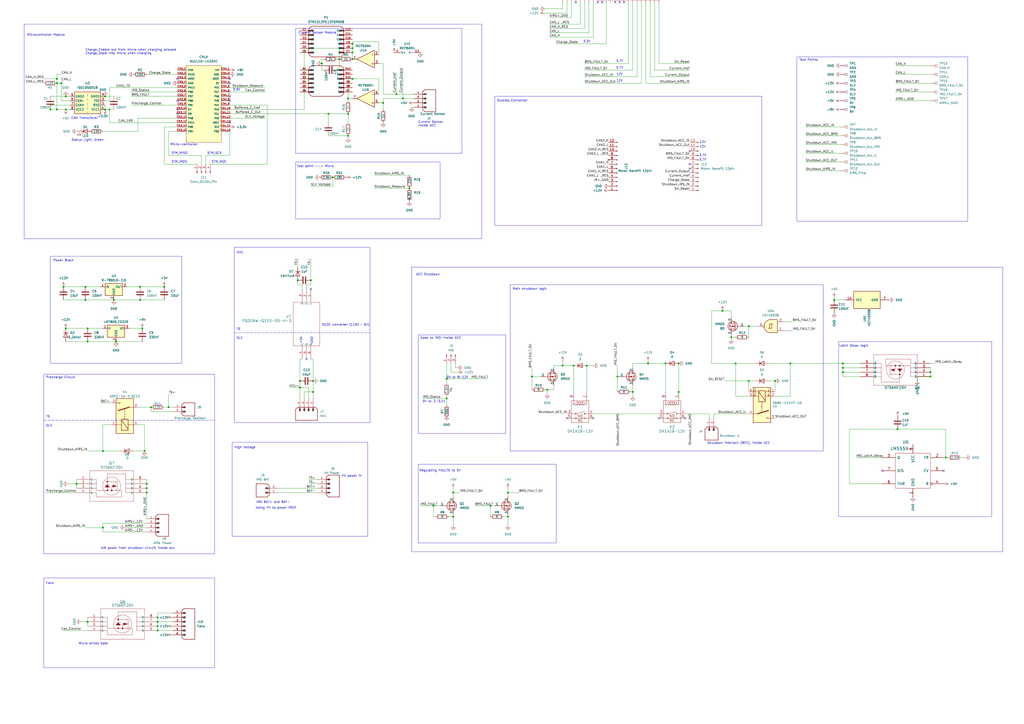
<source format=kicad_sch>
(kicad_sch (version 20231120) (generator "eeschema") (generator_version "8.0")
  (paper "A2")
  (title_block (title "Accumulator Board ") (date "2024-10-18") (rev "0.0") (company "Formula Slug"))
  (junction (at 50.8 360.68))
  (junction (at 190.5 66.04))
  (junction (at 49.53 173.99))
  (junction (at 308.61 218.44))
  (junction (at 548.64 265.43))
  (junction (at 520.7 248.92))
  (junction (at 67.31 198.12))
  (junction (at 180.34 162.56))
  (junction (at 181.61 220.98))
  (junction (at 85.09 283.21))
  (junction (at 91.44 360.68))
  (junction (at 95.25 166.37))
  (junction (at 81.28 166.37))
  (junction (at 284.48 293.37))
  (junction (at 262.89 299.72))
  (junction (at 63.5 63.5))
  (junction (at 393.7 210.82))
  (junction (at 196.85 34.29))
  (junction (at 204.47 25.4))
  (junction (at 44.45 280.67))
  (junction (at 36.83 166.37))
  (junction (at 33.02 48.26))
  (junction (at 204.47 34.29))
  (junction (at 91.44 365.76))
  (junction (at 204.47 30.48))
  (junction (at 251.46 293.37))
  (junction (at 229.87 54.61))
  (junction (at 233.68 57.15))
  (junction (at 91.44 358.14))
  (junction (at 38.1 63.5))
  (junction (at 81.28 173.99))
  (junction (at 332.74 212.09))
  (junction (at 386.08 210.82))
  (junction (at 60.96 55.88))
  (junction (at 237.49 109.22))
  (junction (at 326.39 212.09))
  (junction (at 434.34 220.98))
  (junction (at 367.03 227.33))
  (junction (at 201.93 66.04))
  (junction (at 60.96 63.5))
  (junction (at 294.64 285.75))
  (junction (at 82.55 190.5))
  (junction (at 181.61 227.33))
  (junction (at 222.25 59.69))
  (junction (at 50.8 190.5))
  (junction (at 59.69 306.07))
  (junction (at 85.09 280.67))
  (junction (at 204.47 45.72))
  (junction (at 483.87 173.99))
  (junction (at 97.79 236.22))
  (junction (at 539.75 218.44))
  (junction (at 262.89 285.75))
  (junction (at 375.92 210.82))
  (junction (at 426.72 210.82))
  (junction (at 193.04 102.87))
  (junction (at 87.63 236.22))
  (junction (at 458.47 210.82))
  (junction (at 317.5 226.06))
  (junction (at 38.1 190.5))
  (junction (at 49.53 166.37))
  (junction (at 340.36 212.09))
  (junction (at 419.1 180.34))
  (junction (at 91.44 363.22))
  (junction (at 85.09 285.75))
  (junction (at 488.95 210.82))
  (junction (at 259.08 219.71))
  (junction (at 294.64 299.72))
  (junction (at 393.7 227.33))
  (junction (at 33.02 45.72))
  (junction (at 66.04 173.99))
  (junction (at 449.58 220.98))
  (junction (at 50.8 198.12))
  (junction (at 29.21 63.5))
  (junction (at 59.69 261.62))
  (junction (at 83.82 261.62))
  (junction (at 38.1 55.88))
  (junction (at 488.95 213.36))
  (junction (at 172.72 162.56))
  (junction (at 204.47 27.94))
  (junction (at 186.69 36.83))
  (junction (at 35.56 48.26))
  (junction (at 434.34 189.23))
  (junction (at 488.95 215.9))
  (junction (at 424.18 195.58))
  (junction (at 358.14 218.44))
  (junction (at 173.99 224.79))
  (junction (at 259.08 231.14))
  (junction (at 173.99 220.98))
  (junction (at 33.02 63.5))
  (junction (at 201.93 57.15))
  (junction (at 539.75 215.9))
  (junction (at 201.93 78.74))
  (no_connect (at 397.51 242.57))
  (no_connect (at 328.93 242.57))
  (no_connect (at 177.8 208.28))
  (no_connect (at 180.34 167.64))
  (no_connect (at 102.87 58.42))
  (no_connect (at 133.35 45.72))
  (no_connect (at 356.87 1.27))
  (no_connect (at 102.87 45.72))
  (no_connect (at 400.05 97.79))
  (no_connect (at 133.35 48.26))
  (no_connect (at 361.95 1.27))
  (no_connect (at 344.17 242.57))
  (no_connect (at 133.35 58.42))
  (no_connect (at 133.35 71.12))
  (no_connect (at 102.87 63.5))
  (no_connect (at 382.27 242.57))
  (no_connect (at 359.41 1.27))
  (no_connect (at 511.81 273.05))
  (no_connect (at 346.71 1.27))
  (no_connect (at 353.06 92.71))
  (no_connect (at 400.05 87.63))
  (no_connect (at 102.87 66.04))
  (no_connect (at 349.25 1.27))
  (no_connect (at 400.05 95.25))
  (no_connect (at 133.35 55.88))
  (no_connect (at 547.37 273.05))
  (no_connect (at 334.01 1.27))
  (wire (pts (xy 377.19 44.45) (xy 400.05 44.45)))
  (wire (pts (xy 38.1 55.88) (xy 40.64 55.88)))
  (wire (pts (xy 100.33 355.6) (xy 91.44 355.6)))
  (wire (pts (xy 40.64 63.5) (xy 38.1 63.5)))
  (wire (pts (xy 351.79 25.4) (xy 351.79 1.27)))
  (wire (pts (xy 196.85 27.94) (xy 196.85 34.29)))
  (wire (pts (xy 177.8 167.64) (xy 177.8 165.1)))
  (wire (pts (xy 393.7 210.82) (xy 393.7 227.33)))
  (wire (pts (xy 133.35 50.8) (xy 153.67 50.8)))
  (wire (pts (xy 95.25 236.22) (xy 97.79 236.22)))
  (wire (pts (xy 91.44 365.76) (xy 100.33 365.76)))
  (wire (pts (xy 483.87 173.99) (xy 490.22 173.99)))
  (wire (pts (xy 193.04 107.95) (xy 180.34 107.95)))
  (wire (pts (xy 59.69 261.62) (xy 69.85 261.62)))
  (wire (pts (xy 63.5 71.12) (xy 63.5 63.5)))
  (wire (pts (xy 80.01 246.38) (xy 83.82 246.38)))
  (wire (pts (xy 179.07 231.14) (xy 179.07 224.79)))
  (wire (pts (xy 63.5 63.5) (xy 66.04 63.5)))
  (wire (pts (xy 326.39 212.09) (xy 332.74 212.09)))
  (wire (pts (xy 339.09 48.26) (xy 372.11 48.26)))
  (wire (pts (xy 369.57 1.27) (xy 369.57 44.45)))
  (wire (pts (xy 173.99 220.98) (xy 173.99 224.79)))
  (wire (pts (xy 50.8 190.5) (xy 59.69 190.5)))
  (wire (pts (xy 76.2 60.96) (xy 102.87 60.96)))
  (wire (pts (xy 424.18 196.85) (xy 424.18 195.58)))
  (wire (pts (xy 519.43 43.18) (xy 539.75 43.18)))
  (wire (pts (xy 172.72 165.1) (xy 172.72 162.56)))
  (wire (pts (xy 229.87 54.61) (xy 240.03 54.61)))
  (wire (pts (xy 161.29 285.75) (xy 184.15 285.75)))
  (wire (pts (xy 222.25 59.69) (xy 222.25 63.5)))
  (wire (pts (xy 186.69 40.64) (xy 187.96 40.64)))
  (wire (pts (xy 222.25 54.61) (xy 229.87 54.61)))
  (wire (pts (xy 219.71 31.75) (xy 219.71 24.13)))
  (wire (pts (xy 196.85 34.29) (xy 196.85 40.64)))
  (wire (pts (xy 181.61 220.98) (xy 181.61 227.33)))
  (wire (pts (xy 219.71 24.13) (xy 204.47 24.13)))
  (wire (pts (xy 63.5 58.42) (xy 63.5 50.8)))
  (wire (pts (xy 177.8 165.1) (xy 180.34 165.1)))
  (wire (pts (xy 233.68 57.15) (xy 222.25 57.15)))
  (wire (pts (xy 539.75 213.36) (xy 539.75 215.9)))
  (wire (pts (xy 308.61 213.36) (xy 308.61 218.44)))
  (wire (pts (xy 204.47 24.13) (xy 204.47 25.4)))
  (wire (pts (xy 331.47 10.16) (xy 331.47 1.27)))
  (wire (pts (xy 424.18 184.15) (xy 424.18 180.34)))
  (wire (pts (xy 511.81 280.67) (xy 492.76 280.67)))
  (wire (pts (xy 332.74 227.33) (xy 332.74 212.09)))
  (wire (pts (xy 45.72 76.2) (xy 44.45 76.2)))
  (wire (pts (xy 339.09 44.45) (xy 369.57 44.45)))
  (wire (pts (xy 379.73 40.64) (xy 400.05 40.64)))
  (wire (pts (xy 186.69 34.29) (xy 186.69 36.83)))
  (wire (pts (xy 275.59 293.37) (xy 284.48 293.37)))
  (wire (pts (xy 204.47 25.4) (xy 204.47 27.94)))
  (wire (pts (xy 229.87 41.91) (xy 229.87 54.61)))
  (wire (pts (xy 259.08 242.57) (xy 259.08 241.3)))
  (wire (pts (xy 519.43 48.26) (xy 539.75 48.26)))
  (wire (pts (xy 186.69 36.83) (xy 186.69 40.64)))
  (wire (pts (xy 33.02 43.18) (xy 35.56 43.18)))
  (wire (pts (xy 179.07 278.13) (xy 184.15 278.13)))
  (wire (pts (xy 424.18 195.58) (xy 424.18 194.31)))
  (wire (pts (xy 358.14 212.09) (xy 358.14 218.44)))
  (wire (pts (xy 322.58 25.4) (xy 351.79 25.4)))
  (wire (pts (xy 73.66 166.37) (xy 81.28 166.37)))
  (wire (pts (xy 154.94 95.25) (xy 154.94 60.96)))
  (wire (pts (xy 233.68 39.37) (xy 233.68 57.15)))
  (wire (pts (xy 292.1 299.72) (xy 294.64 299.72)))
  (wire (pts (xy 358.14 218.44) (xy 358.14 227.33)))
  (wire (pts (xy 259.08 210.82) (xy 259.08 219.71)))
  (wire (pts (xy 39.37 280.67) (xy 44.45 280.67)))
  (wire (pts (xy 294.64 299.72) (xy 294.64 304.8)))
  (wire (pts (xy 382.27 1.27) (xy 382.27 36.83)))
  (wire (pts (xy 26.67 285.75) (xy 44.45 285.75)))
  (wire (pts (xy 81.28 166.37) (xy 95.25 166.37)))
  (wire (pts (xy 97.79 236.22) (xy 100.33 236.22)))
  (wire (pts (xy 434.34 227.33) (xy 434.34 220.98)))
  (wire (pts (xy 36.83 173.99) (xy 49.53 173.99)))
  (wire (pts (xy 201.93 80.01) (xy 201.93 78.74)))
  (wire (pts (xy 424.18 195.58) (xy 426.72 195.58)))
  (wire (pts (xy 374.65 48.26) (xy 400.05 48.26)))
  (wire (pts (xy 379.73 1.27) (xy 379.73 40.64)))
  (wire (pts (xy 259.08 222.25) (xy 259.08 219.71)))
  (wire (pts (xy 85.09 278.13) (xy 85.09 280.67)))
  (wire (pts (xy 60.96 60.96) (xy 60.96 62.23)))
  (wire (pts (xy 321.31 226.06) (xy 317.5 226.06)))
  (wire (pts (xy 173.99 224.79) (xy 173.99 231.14)))
  (wire (pts (xy 488.95 210.82) (xy 499.11 210.82)))
  (wire (pts (xy 91.44 358.14) (xy 91.44 360.68)))
  (wire (pts (xy 181.61 220.98) (xy 181.61 208.28)))
  (wire (pts (xy 412.75 180.34) (xy 412.75 210.82)))
  (wire (pts (xy 80.01 236.22) (xy 87.63 236.22)))
  (wire (pts (xy 499.11 213.36) (xy 488.95 213.36)))
  (wire (pts (xy 76.2 55.88) (xy 102.87 55.88)))
  (wire (pts (xy 53.34 76.2) (xy 52.07 76.2)))
  (wire (pts (xy 294.64 285.75) (xy 294.64 288.29)))
  (wire (pts (xy 180.34 165.1) (xy 180.34 162.56)))
  (wire (pts (xy 262.89 299.72) (xy 262.89 304.8)))
  (wire (pts (xy 133.35 63.5) (xy 176.53 63.5)))
  (wire (pts (xy 262.89 283.21) (xy 262.89 285.75)))
  (wire (pts (xy 204.47 45.72) (xy 219.71 45.72)))
  (wire (pts (xy 116.84 95.25) (xy 116.84 90.17)))
  (wire (pts (xy 35.56 48.26) (xy 35.56 58.42)))
  (wire (pts (xy 175.26 167.64) (xy 175.26 165.1)))
  (wire (pts (xy 85.09 43.18) (xy 102.87 43.18)))
  (wire (pts (xy 190.5 78.74) (xy 201.93 78.74)))
  (wire (pts (xy 222.25 54.61) (xy 222.25 36.83)))
  (wire (pts (xy 60.96 63.5) (xy 58.42 63.5)))
  (wire (pts (xy 83.82 246.38) (xy 83.82 261.62)))
  (wire (pts (xy 262.89 285.75) (xy 262.89 288.29)))
  (wire (pts (xy 91.44 363.22) (xy 91.44 365.76)))
  (wire (pts (xy 60.96 63.5) (xy 63.5 63.5)))
  (wire (pts (xy 449.58 229.87) (xy 458.47 229.87)))
  (wire (pts (xy 74.93 190.5) (xy 82.55 190.5)))
  (wire (pts (xy 519.43 38.1) (xy 539.75 38.1)))
  (wire (pts (xy 259.08 234.95) (xy 259.08 231.14)))
  (wire (pts (xy 59.69 246.38) (xy 59.69 261.62)))
  (wire (pts (xy 439.42 189.23) (xy 434.34 189.23)))
  (wire (pts (xy 114.3 95.25) (xy 95.25 95.25)))
  (wire (pts (xy 176.53 27.94) (xy 176.53 63.5)))
  (wire (pts (xy 358.14 218.44) (xy 359.41 218.44)))
  (wire (pts (xy 133.35 66.04) (xy 190.5 66.04)))
  (wire (pts (xy 95.25 95.25) (xy 95.25 73.66)))
  (wire (pts (xy 219.71 45.72) (xy 219.71 54.61)))
  (wire (pts (xy 321.31 212.09) (xy 321.31 213.36)))
  (wire (pts (xy 77.47 261.62) (xy 83.82 261.62)))
  (wire (pts (xy 25.4 45.72) (xy 33.02 45.72)))
  (wire (pts (xy 424.18 180.34) (xy 419.1 180.34)))
  (wire (pts (xy 499.11 218.44) (xy 488.95 218.44)))
  (wire (pts (xy 33.02 48.26) (xy 35.56 48.26)))
  (wire (pts (xy 60.96 62.23) (xy 58.42 62.23)))
  (wire (pts (xy 326.39 1.27) (xy 326.39 5.08)))
  (wire (pts (xy 190.5 66.04) (xy 201.93 66.04)))
  (wire (pts (xy 367.03 210.82) (xy 375.92 210.82)))
  (wire (pts (xy 372.11 1.27) (xy 372.11 48.26)))
  (wire (pts (xy 375.92 209.55) (xy 375.92 210.82)))
  (wire (pts (xy 201.93 57.15) (xy 204.47 57.15)))
  (wire (pts (xy 33.02 45.72) (xy 33.02 43.18)))
  (wire (pts (xy 454.66 191.77) (xy 459.74 191.77)))
  (wire (pts (xy 36.83 166.37) (xy 49.53 166.37)))
  (wire (pts (xy 492.76 280.67) (xy 492.76 248.92)))
  (wire (pts (xy 87.63 238.76) (xy 87.63 236.22)))
  (wire (pts (xy 180.34 149.86) (xy 180.34 162.56)))
  (wire (pts (xy 365.76 227.33) (xy 367.03 227.33)))
  (wire (pts (xy 238.76 62.23) (xy 240.03 62.23)))
  (wire (pts (xy 467.36 73.66) (xy 487.68 73.66)))
  (wire (pts (xy 50.8 358.14) (xy 50.8 360.68)))
  (wire (pts (xy 261.62 215.9) (xy 261.62 210.82)))
  (wire (pts (xy 196.85 40.64) (xy 195.58 40.64)))
  (wire (pts (xy 66.04 55.88) (xy 60.96 55.88)))
  (polyline (pts (xy 25.4 243.84) (xy 124.46 243.84)) (stroke (width 0) (type dash)))
  (wire (pts (xy 179.07 224.79) (xy 173.99 224.79)))
  (wire (pts (xy 100.33 360.68) (xy 91.44 360.68)))
  (wire (pts (xy 201.93 66.04) (xy 201.93 71.12)))
  (wire (pts (xy 29.21 63.5) (xy 33.02 63.5)))
  (wire (pts (xy 321.31 223.52) (xy 321.31 226.06)))
  (wire (pts (xy 374.65 1.27) (xy 374.65 48.26)))
  (wire (pts (xy 59.69 308.61) (xy 85.09 308.61)))
  (wire (pts (xy 29.21 60.96) (xy 40.64 60.96)))
  (wire (pts (xy 340.36 227.33) (xy 340.36 212.09)))
  (wire (pts (xy 63.5 50.8) (xy 102.87 50.8)))
  (wire (pts (xy 243.84 293.37) (xy 251.46 293.37)))
  (wire (pts (xy 414.02 242.57) (xy 414.02 240.03)))
  (wire (pts (xy 519.43 53.34) (xy 539.75 53.34)))
  (wire (pts (xy 176.53 231.14) (xy 176.53 227.33)))
  (wire (pts (xy 434.34 189.23) (xy 431.8 189.23)))
  (wire (pts (xy 454.66 186.69) (xy 459.74 186.69)))
  (wire (pts (xy 245.11 231.14) (xy 259.08 231.14)))
  (wire (pts (xy 91.44 360.68) (xy 91.44 363.22)))
  (wire (pts (xy 58.42 62.23) (xy 58.42 63.5)))
  (wire (pts (xy 419.1 180.34) (xy 412.75 180.34)))
  (wire (pts (xy 179.07 280.67) (xy 184.15 280.67)))
  (wire (pts (xy 133.35 90.17) (xy 133.35 76.2)))
  (wire (pts (xy 133.35 68.58) (xy 153.67 68.58)))
  (wire (pts (xy 557.53 265.43) (xy 560.07 265.43)))
  (wire (pts (xy 483.87 172.72) (xy 483.87 173.99)))
  (wire (pts (xy 265.43 215.9) (xy 261.62 215.9)))
  (wire (pts (xy 97.79 76.2) (xy 102.87 76.2)))
  (wire (pts (xy 318.77 19.05) (xy 341.63 19.05)))
  (wire (pts (xy 57.15 55.88) (xy 60.96 55.88)))
  (wire (pts (xy 318.77 13.97) (xy 336.55 13.97)))
  (wire (pts (xy 173.99 220.98) (xy 173.99 208.28)))
  (wire (pts (xy 467.36 83.82) (xy 487.68 83.82)))
  (wire (pts (xy 33.02 48.26) (xy 33.02 45.72)))
  (wire (pts (xy 29.21 55.88) (xy 38.1 55.88)))
  (wire (pts (xy 181.61 208.28) (xy 180.34 208.28)))
  (wire (pts (xy 59.69 303.53) (xy 85.09 303.53)))
  (wire (pts (xy 181.61 227.33) (xy 181.61 231.14)))
  (wire (pts (xy 63.5 71.12) (xy 102.87 71.12)))
  (wire (pts (xy 367.03 1.27) (xy 367.03 40.64)))
  (wire (pts (xy 264.16 213.36) (xy 265.43 213.36)))
  (wire (pts (xy 339.09 36.83) (xy 364.49 36.83)))
  (wire (pts (xy 46.99 360.68) (xy 50.8 360.68)))
  (wire (pts (xy 386.08 227.33) (xy 386.08 210.82)))
  (wire (pts (xy 520.7 248.92) (xy 548.64 248.92)))
  (wire (pts (xy 97.79 228.6) (xy 97.79 236.22)))
  (wire (pts (xy 317.5 226.06) (xy 317.5 228.6)))
  (wire (pts (xy 251.46 299.72) (xy 252.73 299.72)))
  (polyline (pts (xy 135.89 193.04) (xy 214.63 193.04)) (stroke (width 0) (type dash)))
  (wire (pts (xy 49.53 306.07) (xy 59.69 306.07)))
  (wire (pts (xy 316.23 7.62) (xy 328.93 7.62)))
  (wire (pts (xy 64.77 246.38) (xy 59.69 246.38)))
  (wire (pts (xy 154.94 60.96) (xy 133.35 60.96)))
  (wire (pts (xy 336.55 1.27) (xy 336.55 13.97)))
  (wire (pts (xy 434.34 220.98) (xy 438.15 220.98)))
  (wire (pts (xy 539.75 210.82) (xy 542.29 210.82)))
  (wire (pts (xy 308.61 218.44) (xy 313.69 218.44)))
  (wire (pts (xy 33.02 63.5) (xy 38.1 63.5)))
  (wire (pts (xy 321.31 212.09) (xy 326.39 212.09)))
  (wire (pts (xy 488.95 215.9) (xy 488.95 213.36)))
  (wire (pts (xy 91.44 355.6) (xy 91.44 358.14)))
  (wire (pts (xy 67.31 198.12) (xy 82.55 198.12)))
  (wire (pts (xy 548.64 248.92) (xy 548.64 265.43)))
  (wire (pts (xy 187.96 34.29) (xy 186.69 34.29)))
  (wire (pts (xy 217.17 109.22) (xy 237.49 109.22)))
  (wire (pts (xy 318.77 10.16) (xy 331.47 10.16)))
  (wire (pts (xy 38.1 190.5) (xy 50.8 190.5)))
  (wire (pts (xy 326.39 209.55) (xy 326.39 212.09)))
  (wire (pts (xy 264.16 210.82) (xy 264.16 213.36)))
  (wire (pts (xy 260.35 299.72) (xy 262.89 299.72)))
  (wire (pts (xy 488.95 218.44) (xy 488.95 215.9)))
  (wire (pts (xy 173.99 208.28) (xy 175.26 208.28)))
  (wire (pts (xy 240.03 57.15) (xy 233.68 57.15)))
  (wire (pts (xy 316.23 226.06) (xy 317.5 226.06)))
  (wire (pts (xy 467.36 88.9) (xy 487.68 88.9)))
  (wire (pts (xy 222.25 36.83) (xy 219.71 36.83)))
  (wire (pts (xy 204.47 30.48) (xy 204.47 34.29)))
  (wire (pts (xy 262.89 298.45) (xy 262.89 299.72)))
  (wire (pts (xy 339.09 1.27) (xy 339.09 16.51)))
  (wire (pts (xy 467.36 78.74) (xy 487.68 78.74)))
  (wire (pts (xy 49.53 173.99) (xy 66.04 173.99)))
  (wire (pts (xy 294.64 298.45) (xy 294.64 299.72)))
  (wire (pts (xy 458.47 210.82) (xy 488.95 210.82)))
  (wire (pts (xy 85.09 300.99) (xy 85.09 285.75)))
  (wire (pts (xy 375.92 210.82) (xy 386.08 210.82)))
  (wire (pts (xy 85.09 280.67) (xy 85.09 283.21)))
  (wire (pts (xy 201.93 57.15) (xy 201.93 45.72)))
  (wire (pts (xy 467.36 99.06) (xy 487.68 99.06)))
  (wire (pts (xy 66.04 173.99) (xy 81.28 173.99)))
  (wire (pts (xy 458.47 229.87) (xy 458.47 210.82)))
  (wire (pts (xy 259.08 229.87) (xy 259.08 231.14)))
  (wire (pts (xy 58.42 233.68) (xy 64.77 233.68)))
  (wire (pts (xy 38.1 198.12) (xy 50.8 198.12)))
  (wire (pts (xy 50.8 261.62) (xy 59.69 261.62)))
  (wire (pts (xy 76.2 53.34) (xy 102.87 53.34)))
  (wire (pts (xy 308.61 218.44) (xy 308.61 226.06)))
  (wire (pts (xy 201.93 58.42) (xy 201.93 57.15)))
  (wire (pts (xy 488.95 213.36) (xy 488.95 210.82)))
  (wire (pts (xy 434.34 229.87) (xy 426.72 229.87)))
  (wire (pts (xy 176.53 27.94) (xy 196.85 27.94)))
  (wire (pts (xy 29.21 60.96) (xy 29.21 63.5)))
  (wire (pts (xy 420.37 220.98) (xy 434.34 220.98)))
  (wire (pts (xy 328.93 1.27) (xy 328.93 7.62)))
  (wire (pts (xy 59.69 308.61) (xy 59.69 306.07)))
  (wire (pts (xy 95.25 73.66) (xy 102.87 73.66)))
  (wire (pts (xy 344.17 1.27) (xy 344.17 21.59)))
  (wire (pts (xy 426.72 210.82) (xy 438.15 210.82)))
  (wire (pts (xy 367.03 210.82) (xy 367.03 213.36)))
  (wire (pts (xy 411.48 240.03) (xy 397.51 240.03)))
  (wire (pts (xy 382.27 240.03) (xy 344.17 240.03)))
  (wire (pts (xy 318.77 16.51) (xy 339.09 16.51)))
  (wire (pts (xy 412.75 210.82) (xy 426.72 210.82)))
  (wire (pts (xy 217.17 101.6) (xy 237.49 101.6)))
  (wire (pts (xy 119.38 95.25) (xy 119.38 90.17)))
  (wire (pts (xy 364.49 1.27) (xy 364.49 36.83)))
  (wire (pts (xy 161.29 283.21) (xy 184.15 283.21)))
  (wire (pts (xy 340.36 212.09) (xy 344.17 212.09)))
  (wire (pts (xy 72.39 306.07) (xy 85.09 306.07)))
  (wire (pts (xy 172.72 149.86) (xy 172.72 154.94)))
  (wire (pts (xy 35.56 365.76) (xy 50.8 365.76)))
  (wire (pts (xy 499.11 215.9) (xy 488.95 215.9)))
  (wire (pts (xy 294.64 283.21) (xy 294.64 285.75)))
  (wire (pts (xy 316.23 5.08) (xy 326.39 5.08)))
  (wire (pts (xy 133.35 53.34) (xy 153.67 53.34)))
  (wire (pts (xy 116.84 90.17) (xy 97.79 90.17)))
  (wire (pts (xy 377.19 1.27) (xy 377.19 44.45)))
  (wire (pts (xy 496.57 265.43) (xy 511.81 265.43)))
  (wire (pts (xy 426.72 229.87) (xy 426.72 210.82)))
  (wire (pts (xy 539.75 218.44) (xy 532.13 218.44)))
  (wire (pts (xy 259.08 219.71) (xy 283.21 219.71)))
  (wire (pts (xy 519.43 58.42) (xy 539.75 58.42)))
  (wire (pts (xy 81.28 173.99) (xy 95.25 173.99)))
  (wire (pts (xy 201.93 45.72) (xy 204.47 45.72)))
  (wire (pts (xy 284.48 293.37) (xy 287.02 293.37)))
  (wire (pts (xy 85.09 283.21) (xy 85.09 285.75)))
  (wire (pts (xy 33.02 63.5) (xy 33.02 48.26)))
  (wire (pts (xy 167.64 224.79) (xy 173.99 224.79)))
  (wire (pts (xy 547.37 265.43) (xy 548.64 265.43)))
  (wire (pts (xy 367.03 223.52) (xy 367.03 227.33)))
  (wire (pts (xy 193.04 102.87) (xy 193.04 107.95)))
  (wire (pts (xy 49.53 166.37) (xy 58.42 166.37)))
  (wire (pts (xy 467.36 93.98) (xy 487.68 93.98)))
  (wire (pts (xy 341.63 1.27) (xy 341.63 19.05)))
  (wire (pts (xy 539.75 215.9) (xy 539.75 218.44)))
  (wire (pts (xy 80.01 68.58) (xy 80.01 76.2)))
  (wire (pts (xy 176.53 227.33) (xy 181.61 227.33)))
  (wire (pts (xy 204.47 27.94) (xy 204.47 30.48)))
  (wire (pts (xy 35.56 46.99) (xy 35.56 48.26)))
  (wire (pts (xy 190.5 66.04) (xy 190.5 71.12)))
  (wire (pts (xy 262.89 285.75) (xy 266.7 285.75)))
  (wire (pts (xy 284.48 293.37) (xy 284.48 299.72)))
  (wire (pts (xy 414.02 240.03) (xy 434.34 240.03)))
  (wire (pts (xy 80.01 68.58) (xy 102.87 68.58)))
  (wire (pts (xy 100.33 238.76) (xy 87.63 238.76)))
  (wire (pts (xy 175.26 165.1) (xy 172.72 165.1)))
  (wire (pts (xy 367.03 227.33) (xy 367.03 229.87)))
  (wire (pts (xy 532.13 218.44) (xy 532.13 220.98)))
  (wire (pts (xy 251.46 293.37) (xy 251.46 299.72)))
  (wire (pts (xy 44.45 278.13) (xy 44.45 280.67)))
  (wire (pts (xy 121.92 95.25) (xy 154.94 95.25)))
  (wire (pts (xy 40.64 58.42) (xy 35.56 58.42)))
  (wire (pts (xy 318.77 21.59) (xy 344.17 21.59)))
  (wire (pts (xy 59.69 306.07) (xy 59.69 303.53)))
  (wire (pts (xy 411.48 242.57) (xy 411.48 240.03)))
  (wire (pts (xy 449.58 227.33) (xy 449.58 220.98)))
  (wire (pts (xy 251.46 293.37) (xy 255.27 293.37)))
  (wire (pts (xy 222.25 57.15) (xy 222.25 59.69)))
  (wire (pts (xy 44.45 280.67) (xy 44.45 283.21)))
  (wire (pts (xy 59.69 76.2) (xy 80.01 76.2)))
  (wire (pts (xy 97.79 90.17) (xy 97.79 76.2)))
  (wire (pts (xy 60.96 58.42) (xy 63.5 58.42)))
  (wire (pts (xy 294.64 285.75) (xy 300.99 285.75)))
  (wire (pts (xy 382.27 36.83) (xy 400.05 36.83)))
  (wire (pts (xy 492.76 248.92) (xy 520.7 248.92)))
  (wire (pts (xy 548.64 265.43) (xy 549.91 265.43)))
  (wire (pts (xy 339.09 40.64) (xy 367.03 40.64)))
  (wire (pts (xy 219.71 59.69) (xy 222.25 59.69)))
  (wire (pts (xy 50.8 198.12) (xy 67.31 198.12)))
  (wire (pts (xy 445.77 210.82) (xy 458.47 210.82)))
  (wire (pts (xy 195.58 34.29) (xy 196.85 34.29)))
  (wire (pts (xy 434.34 189.23) (xy 434.34 195.58)))
  (wire (pts (xy 449.58 220.98) (xy 445.77 220.98)))
  (wire (pts (xy 119.38 90.17) (xy 133.35 90.17)))
  (wire (pts (xy 50.8 360.68) (xy 50.8 363.22)))
  (wire (pts (xy 393.7 227.33) (xy 393.7 229.87)))
  (rectangle (start 242.57 269.24) (end 322.58 314.96))
  (rectangle (start 13.97 13.97) (end 279.4 138.43))
  (rectangle (start 25.4 335.28) (end 124.46 387.35))
  (rectangle (start 242.57 194.31) (end 293.37 251.46))
  (rectangle (start 171.45 93.98) (end 255.27 127))
  (rectangle (start 134.62 256.54) (end 213.36 311.15))
  (rectangle (start 486.41 198.12) (end 575.31 299.72))
  (rectangle (start 135.89 143.51) (end 214.63 245.11))
  (rectangle (start 295.91 165.1) (end 477.52 261.62))
  (rectangle (start 287.02 55.88) (end 441.96 130.81))
  (rectangle (start 25.4 217.17) (end 124.46 321.31))
  (rectangle (start 238.76 154.94) (end 581.66 320.04))
  (rectangle (start 462.28 33.02) (end 561.34 128.27))
  (rectangle (start 171.45 16.51) (end 267.97 88.9))
  (rectangle (start 29.21 148.59) (end 105.41 210.82))
  (text "Power Block\n" (at 36.83 151.13 0) (effects (font (size 1.27 1.27))))
  (text "12V\n" (at 407.67 85.09 0) (effects (font (size 1.27 1.27))))
  (text "ACC Shutdown" (at 241.3 160.02 0) (effects (font (size 1.27 1.27)) (justify left bottom)))
  (text "STM_MOSI\n" (at 104.14 93.98 0) (effects (font (size 1.27 1.27))))
  (text "HV power in" (at 198.12 276.86 0) (effects (font (size 1.27 1.27)) (justify left bottom)))
  (text "Precharge Circuit" (at 26.67 219.71 0) (effects (font (size 1.27 1.27)) (justify left bottom)))
  (text "Regulating FAULTS to 5V\n" (at 255.27 273.05 0) (effects (font (size 1.27 1.27))))
  (text "Test Points" (at 463.55 35.56 0) (effects (font (size 1.27 1.27)) (justify left bottom)))
  (text "GLV" (at 137.16 196.85 0) (effects (font (size 1.27 1.27)) (justify left bottom)))
  (text "0V or 2-3.1V" (at 245.11 233.68 0) (effects (font (size 1.27 1.27)) (justify left bottom)))
  (text "Test point --> Micro\n" (at 182.88 96.52 0) (effects (font (size 1.27 1.27))))
  (text "Status Light, Green\n" (at 50.8 81.28 0) (effects (font (size 1.27 1.27))))
  (text "TS" (at 137.16 191.77 0) (effects (font (size 1.27 1.27)) (justify left bottom)))
  (text "Latch Delay logic\n" (at 495.3 200.66 0) (effects (font (size 1.27 1.27))))
  (text "3.7V" (at 407.67 90.17 0) (effects (font (size 1.27 1.27))))
  (text "Outside_Connector\n" (at 297.18 58.42 0) (effects (font (size 1.27 1.27))))
  (text "Shutdown interlock (BFC), inside ACC" (at 410.21 257.81 0) (effects (font (size 1.27 1.27)) (justify left bottom)))
  (text "Goes to IMD; inside ACC" (at 243.84 196.85 0) (effects (font (size 1.27 1.27)) (justify left bottom)))
  (text "3.3V\n" (at 137.16 52.07 0) (effects (font (size 1.27 1.27))))
  (text "GND" (at 181.61 199.39 90) (effects (font (size 1.27 1.27)) (justify left bottom)))
  (text "3.7V" (at 359.41 35.56 0) (effects (font (size 1.27 1.27))))
  (text "AIR power from shutdown circuit; inside acc" (at 58.42 318.77 0) (effects (font (size 1.27 1.27)) (justify left bottom)))
  (text "HVIL" (at 137.16 147.32 0) (effects (font (size 1.27 1.27)) (justify left bottom)))
  (text "TS" (at 26.67 242.57 0) (effects (font (size 1.27 1.27)) (justify left bottom)))
  (text "12V\n" (at 359.41 43.18 0) (effects (font (size 1.27 1.27))))
  (text "Micro drives Gate \n" (at 54.61 373.38 0) (effects (font (size 1.27 1.27))))
  (text "STM_NSS" (at 127 93.98 0) (effects (font (size 1.27 1.27))))
  (text "Using HV to power IMD?\n" (at 160.02 294.64 0) (effects (font (size 1.27 1.27))))
  (text "Fans" (at 26.67 339.09 0) (effects (font (size 1.27 1.27)) (justify left bottom)))
  (text "DCDC converter (110V ~ 5V)" (at 186.69 189.23 0) (effects (font (size 1.27 1.27)) (justify left bottom)))
  (text "GLV" (at 26.67 247.65 0) (effects (font (size 1.27 1.27)) (justify left bottom)))
  (text "3.7V" (at 407.67 92.71 0) (effects (font (size 1.27 1.27))))
  (text "3.7V" (at 359.41 39.37 0) (effects (font (size 1.27 1.27))))
  (text "CAN Transciever \n" (at 49.53 68.58 0) (effects (font (size 1.27 1.27))))
  (text "STM_MISO" (at 104.14 88.9 0) (effects (font (size 1.27 1.27))))
  (text "Charge_Enable out from micro when charging allowed\nCharge_State into micro when charging" (at 49.53 31.75 0) (effects (font (size 1.27 1.27)) (justify left bottom)))
  (text "Main shutdown logic\n" (at 307.34 167.64 0) (effects (font (size 1.27 1.27))))
  (text "IMD BAT+ and BAT-" (at 148.59 292.1 0) (effects (font (size 1.27 1.27)) (justify left bottom)))
  (text "12V\n" (at 359.41 46.99 0) (effects (font (size 1.27 1.27))))
  (text "Micro-controller" (at 106.68 83.82 0) (effects (font (size 1.27 1.27))))
  (text "Current Sensor Module" (at 184.15 19.05 0) (effects (font (size 1.27 1.27))))
  (text "STM_SCK" (at 124.46 88.9 0) (effects (font (size 1.27 1.27))))
  (text "High Voltage" (at 135.89 260.35 0) (effects (font (size 1.27 1.27)) (justify left bottom)))
  (text "0V or 8-12V" (at 259.08 219.71 0) (effects (font (size 1.27 1.27)) (justify left bottom)))
  (text "3.3V\n" (at 340.36 24.13 0) (effects (font (size 1.27 1.27))))
  (text "+Vo" (at 175.26 199.39 90) (effects (font (size 1.27 1.27)) (justify left bottom)))
  (text "12V\n" (at 407.67 82.55 0) (effects (font (size 1.27 1.27))))
  (text "Current Sensor\nInside ACC" (at 242.57 73.66 0) (effects (font (size 1.27 1.27)) (justify left bottom)))
  (text "Microcontroller Module" (at 26.67 20.32 0) (effects (font (size 1.27 1.27))))
  (label "CAN_L _RES" (at 318.77 13.97 0))
  (label "CAN_L" (at 35.56 46.99 0))
  (label "Charge_State" (at 322.58 25.4 0))
  (label "Current_Vref" (at 400.05 40.64 180))
  (label "Shutdown_ACC_BMS" (at 467.36 78.74 0))
  (label "Shutdown_ACC_IL" (at 467.36 88.9 0))
  (label "CAN1_H_RES" (at 353.06 100.33 180))
  (label "CAN_H_RES" (at 25.4 45.72 180))
  (label "Shutdown_ACC_Out" (at 339.09 48.26 0))
  (label "AIRS+_GND" (at 318.77 10.16 0))
  (label "Shutdown_ACC_OUT" (at 449.58 242.57 0))
  (label "CAN_1RD" (at 68.58 71.12 0))
  (label "CAN1_H" (at 353.06 95.25 180))
  (label "IMD_FAULT_5V" (at 459.74 191.77 0))
  (label "CAN2_L" (at 353.06 85.09 180))
  (label "CAN_L" (at 318.77 19.05 0))
  (label "CAN1_TD" (at 67.31 50.8 0))
  (label "TS+" (at 179.07 278.13 0))
  (label "CAN_L_RES" (at 25.4 48.26 180))
  (label "Shutdown_Measure " (at 153.67 50.8 180))
  (label "Shutdown_ACC_Out" (at 400.05 85.09 180))
  (label "BAT-" (at 177.8 285.75 0))
  (label "IMD_FAULT" (at 283.21 219.71 180))
  (label "IMD_FAULT_5V" (at 519.43 53.34 0))
  (label "TS-" (at 179.07 280.67 0))
  (label "Shutdown_Measure" (at 217.17 109.22 0))
  (label "Shutdown_AIRS_IN" (at 217.17 101.6 0))
  (label "CAN_H_RES" (at 318.77 16.51 0))
  (label "AIRS+_GND" (at 85.09 288.29 270))
  (label "BMS_FAULT_5V" (at 519.43 48.26 0))
  (label "Fan_Control" (at 153.67 53.34 180))
  (label "Current_Output" (at 400.05 100.33 180))
  (label "Shutdown_AIRS_IN" (at 400.05 48.26 180))
  (label "Shutdown_AIRS_IN" (at 49.53 306.07 180))
  (label "Shutdown_ACC_IN" (at 467.36 73.66 0))
  (label "Charge_State" (at 400.05 105.41 180))
  (label "Shutdown_ACC_IMD" (at 467.36 83.82 0))
  (label "CAN_L" (at 519.43 43.18 0))
  (label "CAN2_L _RES" (at 353.06 90.17 180))
  (label "IMD_Latch_Delay" (at 542.29 210.82 0))
  (label "BAT+" (at 58.42 233.68 0))
  (label "Shutdown_ACC_IN" (at 328.93 240.03 180))
  (label "Shutdown_ACC_IMD" (at 401.32 240.03 270))
  (label "CAN_H" (at 519.43 38.1 0))
  (label "CAN_H" (at 318.77 21.59 0))
  (label "Precharge_Control" (at 26.67 285.75 0))
  (label "IMD_Status" (at 245.11 231.14 0))
  (label "CAN_H" (at 35.56 43.18 0))
  (label "Shutdown_AIRS_IN" (at 467.36 99.06 0))
  (label "IMD_FAULT_5V" (at 400.05 92.71 180))
  (label "HVIL+" (at 167.64 224.79 0))
  (label "Current_Vref" (at 400.05 102.87 180))
  (label "Buffered_C_Vref" (at 135.89 63.5 0))
  (label "BMS_FAULT_5V" (at 308.61 213.36 90))
  (label "TS+" (at 97.79 228.6 0))
  (label "CAN2_H" (at 353.06 82.55 180))
  (label "CAN1_L" (at 353.06 97.79 180))
  (label "AIRS+_GND" (at 519.43 58.42 0))
  (label "Current_Output" (at 400.05 44.45 180))
  (label "Precharge_Control" (at 76.2 60.96 0))
  (label "SH_RESET" (at 420.37 220.98 180))
  (label "AIRS-_GND" (at 72.39 306.07 0))
  (label "Shutdown_ACC_BMS" (at 359.41 240.03 270))
  (label "Current_Output" (at 233.68 39.37 270))
  (label "AIRS-_12V" (at 72.39 308.61 0))
  (label "Current_Vref" (at 229.87 41.91 270))
  (label "BMS_FAULT_5V" (at 300.99 285.75 0))
  (label "IMD_Status" (at 76.2 53.34 0))
  (label "Buffered_C_Out" (at 151.13 66.04 180))
  (label "AIRS+_12V" (at 72.39 303.53 0))
  (label "BMS_FAULT_5V" (at 400.05 90.17 180))
  (label "IMD_Latch_Delay" (at 496.57 265.43 0))
  (label "CAN2_H_RES" (at 353.06 87.63 180))
  (label "IMD_FAULT_5V" (at 266.7 285.75 0))
  (label "Shutdown_ACC_OUT" (at 467.36 93.98 0))
  (label "Shutdown_AIRS_IN" (at 50.8 261.62 180))
  (label "GLV_Voltage" (at 153.67 68.58 180))
  (label "GLV Voltage" (at 180.34 107.95 0))
  (label "IMD_FAULT_5V" (at 339.09 40.64 0))
  (label "Shutdown_IRS_IN" (at 400.05 107.95 180))
  (label "Fan_Control" (at 35.56 365.76 0))
  (label "BMS_FAULT" (at 275.59 293.37 0))
  (label "Shutdown_ACC_IN" (at 400.05 82.55 180))
  (label "IMD_FAULT_5V" (at 358.14 212.09 90))
  (label "TS-" (at 180.34 149.86 270))
  (label "Shutdown_ACC_IL" (at 416.56 240.03 0))
  (label "BAT+" (at 177.8 283.21 0))
  (label "Shutdown_ACC_IN" (at 339.09 44.45 0))
  (label "SH_Reset" (at 400.05 110.49 180))
  (label "SH_Reset" (at 400.05 36.83 180))
  (label "IR+_GND" (at 353.06 105.41 180))
  (label "CAN1_L _RES" (at 353.06 102.87 180))
  (label "BMS_FAULT_5V" (at 459.74 186.69 0))
  (label "Charge_State" (at 86.36 43.18 0))
  (label "BMS_FAULT" (at 76.2 55.88 0))
  (label "BMS_FAULT_5V" (at 339.09 36.83 0))
  (label "IMD_FAULT" (at 243.84 293.37 0))
  (label "TS+" (at 172.72 149.86 270))
  (symbol (lib_id "Connector_Generic:Conn_01x23") (at 354.33 -3.81 90) (unit 1)
    (property "Reference" "J2" (at 354.33 -10.16 90))
    (property "Value" "Conn_01x23" (at 354.33 -7.62 90))
    (property "Description" "Generic connector, single row, 01x23, script generated (kicad-library-utils/schlib/autogen/connector/)" (effects (hide yes)))
  )
  (symbol (lib_id "power:GND") (at 77.47 43.18 270) (unit 1)
    (property "Reference" "#PWR05" (effects (hide yes)))
    (property "Value" "GND" (at 73.66 43.1799 90) (effects (justify right)))
    (property "Description" "Power symbol creates a global label with name \"GND\" , ground" (effects (hide yes)))
  )
  (symbol (lib_id "4xxx:HEF4093B") (at 447.04 189.23 180) (unit 1)
    (property "Reference" "U5" (at 447.0483 180.34 0))
    (property "Value" "HEF4093B" (at 447.0483 182.88 0))
    (property "Footprint" "Package_SO:SOIC-14_3.9x8.7mm_P1.27mm" (effects (hide yes)))
    (property "Datasheet" "https://assets.nexperia.com/documents/data-sheet/HEF4093B.pdf" (effects (hide yes)))
  )
  (symbol (lib_id "power:+12V") (at 265.43 215.9 270) (unit 1)
    (property "Reference" "#PWR021" (effects (hide yes)))
    (property "Value" "+12V" (at 269.24 215.8999 90) (effects (justify left)))
    (property "Description" "Power symbol creates a global label with name \"+12V\"" (effects (hide yes)))
  )
  (symbol (lib_id "Device:C") (at 82.55 194.31 0) (unit 1)
    (property "Reference" "C9" (at 86.36 193.0399 0) (effects (justify left)))
    (property "Value" "330nF" (at 86.36 195.5799 0) (effects (justify left)))
    (property "Description" "Unpolarized capacitor" (effects (hide yes)))
  )
  (symbol (lib_id "Amplifier_Operational:MCP6004") (at 212.09 57.15 180) (unit 2)
    (property "Reference" "U1" (at 212.09 52.07 0))
    (property "Value" "MCP6004" (at 212.09 49.53 0))
    (property "Datasheet" "http://ww1.microchip.com/downloads/en/DeviceDoc/21733j.pdf" (effects (hide yes)))
    (property "Description" "1MHz, Low-Power Op Amp, DIP-14/SOIC-14/TSSOP-14" (effects (hide yes)))
  )
  (symbol (lib_id "power:GND") (at 294.64 304.8 0) (unit 1)
    (property "Reference" "#PWR026" (effects (hide yes)))
    (property "Value" "GND" (at 294.64 309.88 0))
  )
  (symbol (lib_id "power:+5V") (at 520.7 241.3 0) (unit 1)
    (property "Reference" "#PWR038" (effects (hide yes)))
    (property "Value" "+5V" (at 523.24 240.03 0) (effects (justify left)))
  )
  (symbol (lib_id "Simulation_SPICE:NMOS") (at 292.1 293.37 0) (unit 1)
    (property "Reference" "Q2" (at 298.45 292.0999 0) (effects (justify left)))
    (property "Value" "NMOS" (at 298.45 294.6399 0) (effects (justify left)))
    (property "Datasheet" "https://ngspice.sourceforge.io/docs/ngspice-html-manual/manual.xhtml#cha_MOSFETs" (effects (hide yes)))
    (property "Description" "N-MOSFET transistor, drain/source/gate" (effects (hide yes)))
    (property "Sim.Device" "NMOS" (effects (hide yes)))
    (property "Sim.Type" "VDMOS" (effects (hide yes)))
    (property "Sim.Pins" "1=D 2=G 3=S" (effects (hide yes)))
  )
  (symbol (lib_id "Device:R") (at 29.21 48.26 90) (unit 1)
    (property "Reference" "R1" (at 29.21 50.8 90))
    (property "Value" "120" (at 29.21 48.26 90))
    (property "Description" "Resistor" (effects (hide yes)))
  )
  (symbol (lib_id "power:+5V") (at 240.03 59.69 90) (unit 1)
    (property "Reference" "#PWR052" (effects (hide yes)))
    (property "Value" "+5V" (at 236.22 59.6899 90) (effects (justify left)))
    (property "Description" "Power symbol creates a global label with name \"+5V\"" (effects (hide yes)))
  )
  (symbol (lib_id "Device:D_Zener") (at 38.1 194.31 270) (unit 1)
    (property "Reference" "D2" (at 40.64 193.0399 90) (effects (justify left)))
    (property "Value" "D_Zener" (at 39.37 195.58 90) (effects (justify left)))
    (property "Description" "Zener diode" (effects (hide yes)))
  )
  (symbol (lib_id "1_ACC_BOARD:STS6NF20V") (at 539.75 218.44 180) (unit 1)
    (property "Reference" "Q6" (at 532.13 224.79 0) (effects (font (size 1.524 1.524))))
    (property "Value" "STS6NF20V" (at 519.43 224.79 0) (effects (font (size 1.524 1.524))))
    (property "Footprint" "1FS_2_Global_Footprint_Library:SO-8_STM" (effects (hide yes)))
    (property "Datasheet" "https://www.st.com/content/ccc/resource/technical/document/datasheet/42/8b/c9/ed/58/a5/4d/8d/CD00002342.pdf/files/CD00002342.pdf/jcr:content/translations/en.CD00002342.pdf" (effects (hide yes)))
  )
  (symbol (lib_id "power:+5V") (at 547.37 280.67 270) (unit 1)
    (property "Reference" "#PWR040" (effects (hide yes)))
    (property "Value" "+5V" (at 551.18 280.6699 90) (effects (justify left)))
  )
  (symbol (lib_id "Connector:TestPoint") (at 487.68 53.34 270) (unit 1)
    (property "Reference" "TP4" (at 492.76 52.0699 90) (effects (justify left)))
    (property "Value" "GLV" (at 492.76 54.6099 90) (effects (justify left)))
    (property "Footprint" "TestPoint:TestPoint_Loop_D2.50mm_Drill1.0mm" (effects (hide yes)))
    (property "Description" "test point" (effects (hide yes)))
  )
  (symbol (lib_id "Simulation_SPICE:NMOS") (at 318.77 218.44 0) (unit 1)
    (property "Reference" "Q3" (at 325.12 217.1699 0) (effects (justify left)))
    (property "Value" "NMOS" (at 325.12 219.7099 0) (effects (justify left)))
    (property "Datasheet" "https://ngspice.sourceforge.io/docs/ngspice-html-manual/manual.xhtml#cha_MOSFETs" (effects (hide yes)))
    (property "Description" "N-MOSFET transistor, drain/source/gate" (effects (hide yes)))
    (property "Sim.Device" "NMOS" (effects (hide yes)))
    (property "Sim.Type" "VDMOS" (effects (hide yes)))
    (property "Sim.Pins" "1=D 2=G 3=S" (effects (hide yes)))
  )
  (symbol (lib_id "Device:D") (at 389.89 210.82 0) (unit 1)
    (property "Reference" "D4" (at 389.89 204.47 0))
    (property "Value" "D" (at 389.89 207.01 0))
    (property "Description" "Diode" (effects (hide yes)))
    (property "Sim.Device" "D" (effects (hide yes)))
    (property "Sim.Pins" "1=K 2=A" (effects (hide yes)))
  )
  (symbol (lib_id "power:GND") (at 265.43 213.36 90) (unit 1)
    (property "Reference" "#PWR020" (effects (hide yes)))
    (property "Value" "GND" (at 269.24 213.3599 90) (effects (justify right)))
    (property "Description" "Power symbol creates a global label with name \"GND\" , ground" (effects (hide yes)))
  )
  (symbol (lib_id "Amplifier_Operational:MCP6004") (at 236.22 33.02 90) (mirror x) (unit 5)
    (property "Reference" "U1" (at 236.22 25.4 90))
    (property "Value" "MCP6004" (at 236.22 27.94 90))
    (property "Footprint" "1FS_2_Global_Footprint_Library:TSSOP14_MC_MCH" (effects (hide yes)))
    (property "Datasheet" "http://ww1.microchip.com/downloads/en/DeviceDoc/21733j.pdf" (effects (hide yes)))
  )
  (symbol (lib_id "Device:R") (at 91.44 236.22 90) (unit 1)
    (property "Reference" "R14" (at 91.44 234.188 90))
    (property "Value" "120" (at 91.44 236.22 90))
    (property "Footprint" "1FS_2_Global_Footprint_Library:THS15120RJ" (effects (hide yes)))
  )
  (symbol (lib_name "R_2") (lib_id "Device:R") (at 259.08 226.06 0) (unit 1)
    (property "Reference" "R6" (at 261.62 226.06 90))
    (property "Value" "1.6k" (at 259.08 226.06 90))
    (property "Footprint" "Resistor_SMD:R_0805_2012Metric_Pad1.20x1.40mm_HandSolder" (effects (hide yes)))
  )
  (symbol (lib_name "R_9") (lib_id "Device:R") (at 237.49 105.41 0) (unit 1)
    (property "Reference" "R18" (at 240.03 104.14 0) (effects (justify left)))
    (property "Value" "22k" (at 237.49 106.68 90) (effects (justify left)))
    (property "Footprint" "Resistor_SMD:R_0805_2012Metric_Pad1.20x1.40mm_HandSolder" (effects (hide yes)))
  )
  (symbol (lib_id "Device:C") (at 49.53 170.18 0) (unit 1)
    (property "Reference" "C5" (at 53.34 168.9099 0) (effects (justify left)))
    (property "Value" "100nF" (at 53.34 171.4499 0) (effects (justify left)))
    (property "Description" "Unpolarized capacitor" (effects (hide yes)))
  )
  (symbol (lib_id "power:GND") (at 222.25 71.12 0) (unit 1)
    (property "Reference" "#PWR054" (effects (hide yes)))
    (property "Value" "GND" (at 222.25 76.2 0))
    (property "Description" "Power symbol creates a global label with name \"GND\" , ground" (effects (hide yes)))
  )
  (symbol (lib_id "power:GND") (at 185.42 102.87 270) (unit 1)
    (property "Reference" "#PWR059" (effects (hide yes)))
    (property "Value" "GND" (at 181.61 102.87 90) (effects (justify right)))
  )
  (symbol (lib_id "power:GND") (at 449.58 220.98 90) (unit 1)
    (property "Reference" "#PWR033" (effects (hide yes)))
    (property "Value" "GND" (at 453.39 220.9799 90) (effects (justify right)))
  )
  (symbol (lib_id "Connector:TestPoint") (at 539.75 58.42 270) (unit 1)
    (property "Reference" "TP17" (at 544.83 57.1499 90) (effects (justify left)))
    (property "Value" "AIRS+_GND" (at 544.83 59.6899 90) (effects (justify left)))
    (property "Footprint" "TestPoint:TestPoint_Loop_D2.50mm_Drill1.0mm" (effects (hide yes)))
    (property "Description" "test point" (effects (hide yes)))
  )
  (symbol (lib_id "power:GND") (at 529.59 288.29 0) (unit 1)
    (property "Reference" "#PWR039" (effects (hide yes)))
    (property "Value" "GND" (at 529.5901 292.1 90) (effects (justify right)))
  )
  (symbol (lib_id "2FS-1_Symbol Library:DK1A1B-12V") (at 336.55 240.03 90) (mirror x) (unit 1)
    (property "Reference" "K1" (at 336.55 247.65 90) (effects (font (size 1.524 1.524))))
    (property "Value" "DK1A1B-12V" (at 336.55 250.19 90) (effects (font (size 1.524 1.524))))
    (property "Footprint" "1FS_2_Global_Footprint_Library:RELAY_DK2A_PAN" (effects (hide yes)))
  )
  (symbol (lib_id "2FS-1_Symbol Library:LM555N") (at 529.59 273.05 0) (mirror y) (unit 1)
    (property "Reference" "U6" (at 527.2213 256.413 0) (effects (font (size 1.778 1.778)) (justify left)))
    (property "Value" "LM555N" (at 527.2213 260.223 0) (effects (font (size 1.778 1.778)) (justify left)))
    (property "Footprint" "Package_DIP:DIP-8_W7.62mm" (effects (hide yes)))
    (property "Datasheet" "https://www.ti.com/lit/ds/symlink/lm555.pdf?HQS=dis-dk-null-digikeymode-dsf-pf-null-wwe&ts=1707105995044&ref_url=https%253A%252F%252Fwww.ti.com%252Fgeneral%252Fdocs%252Fsuppproductinfo.tsp%253FdistId%253D10%2526gotoUrl%253Dhttps%253A%252F%252Fwww.ti.com%252Flit%252Fgpn%252Flm555" (effects (hide yes)))
  )
  (symbol (lib_id "power:+12V") (at 375.92 209.55 0) (unit 1)
    (property "Reference" "#PWR031" (effects (hide yes)))
    (property "Value" "+12V" (at 375.92 204.47 0))
    (property "Description" "Power symbol creates a global label with name \"+12V\"" (effects (hide yes)))
  )
  (symbol (lib_name "R_9") (lib_id "Device:R") (at 237.49 113.03 0) (unit 1)
    (property "Reference" "R19" (at 240.03 111.76 0) (effects (justify left)))
    (property "Value" "6.8K" (at 237.49 115.57 90) (effects (justify left)))
    (property "Footprint" "Resistor_SMD:R_0805_2012Metric_Pad1.20x1.40mm_HandSolder" (effects (hide yes)))
  )
  (symbol (lib_id "power:GND") (at 60.96 55.88 180) (unit 1)
    (property "Reference" "#PWR02" (effects (hide yes)))
    (property "Value" "GND" (at 59.69 52.07 0))
    (property "Description" "Power symbol creates a global label with name \"GND\" , ground" (effects (hide yes)))
  )
  (symbol (lib_name "R_6") (lib_id "Device:R") (at 189.23 102.87 90) (unit 1)
    (property "Reference" "R20" (at 189.23 100.33 90))
    (property "Value" "3.9k" (at 189.23 102.87 90))
    (property "Footprint" "Resistor_SMD:R_0805_2012Metric_Pad1.20x1.40mm_HandSolder" (effects (hide yes)))
  )
  (symbol (lib_id "Device:C") (at 36.83 170.18 0) (unit 1)
    (property "Reference" "C4" (at 40.64 168.9099 0) (effects (justify left)))
    (property "Value" "10uF" (at 40.64 171.4499 0) (effects (justify left)))
    (property "Description" "Unpolarized capacitor" (effects (hide yes)))
  )
  (symbol (lib_id "Connector:TestPoint") (at 487.68 73.66 270) (unit 1)
    (property "Reference" "TP7" (at 492.76 72.3899 90) (effects (justify left)))
    (property "Value" "Shutdown_Acc_In" (at 492.76 74.9299 90) (effects (justify left)))
    (property "Footprint" "TestPoint:TestPoint_Loop_D2.50mm_Drill1.0mm" (effects (hide yes)))
    (property "Description" "test point" (effects (hide yes)))
  )
  (symbol (lib_id "1FS_2_Global_Symbol_Library:1053091202") (at 105.41 236.22 0) (unit 1)
    (property "Reference" "J8" (at 114.3 236.2199 0) (effects (justify left)))
    (property "Value" "Precharge Resistor" (at 101.092 242.57 0) (effects (justify left)))
    (property "Footprint" "1FS_2_Global_Footprint_Library:MOLEX_1053091202" (effects (hide yes)))
    (property "PARTREV" "H" (effects (hide yes)))
    (property "STANDARD" "Manufacturer Recommendations" (effects (hide yes)))
    (property "MAXIMUM_PACKAGE_HEIGHT" "10.51 mm" (effects (hide yes)))
    (property "MANUFACTURER" "Molex" (effects (hide yes)))
  )
  (symbol (lib_id "Connector:TestPoint") (at 487.68 63.5 270) (unit 1)
    (property "Reference" "TP6" (at 492.76 62.2299 90) (effects (justify left)))
    (property "Value" "9V" (at 492.76 64.7699 90) (effects (justify left)))
    (property "Footprint" "TestPoint:TestPoint_Loop_D2.50mm_Drill1.0mm" (effects (hide yes)))
    (property "Description" "test point" (effects (hide yes)))
  )
  (symbol (lib_name "+12V_1") (lib_id "power:+12V") (at 487.68 48.26 90) (unit 1)
    (property "Reference" "#PWR063" (effects (hide yes)))
    (property "Value" "+12V" (at 483.87 48.2599 90) (effects (justify left)))
    (property "Description" "Power symbol creates a global label with name \"+12V\"" (effects (hide yes)))
  )
  (symbol (lib_id "power:GND") (at 515.62 173.99 90) (unit 1)
    (property "Reference" "#PWR041" (effects (hide yes)))
    (property "Value" "GND" (at 519.43 173.9899 90) (effects (justify right)))
  )
  (symbol (lib_id "power:+12V") (at 100.33 368.3 90) (unit 1)
    (property "Reference" "#PWR051" (effects (hide yes)))
    (property "Value" "+12V" (at 97.79 368.3 90) (effects (justify left)))
    (property "Description" "Power symbol creates a global label with name \"+12V\"" (effects (hide yes)))
  )
  (symbol (lib_id "Connector:TestPoint") (at 539.75 53.34 270) (unit 1)
    (property "Reference" "TP16" (at 544.83 52.0699 90) (effects (justify left)))
    (property "Value" "IMD_FAULT_5V" (at 544.83 54.6099 90) (effects (justify left)))
    (property "Footprint" "TestPoint:TestPoint_Loop_D2.50mm_Drill1.0mm" (effects (hide yes)))
    (property "Description" "test point" (effects (hide yes)))
  )
  (symbol (lib_id "Device:C") (at 520.7 245.11 0) (unit 1)
    (property "Reference" "C10" (at 523.24 243.84 0) (effects (justify left)))
    (property "Value" "1uf" (at 523.24 246.38 0) (effects (justify left)))
    (property "Footprint" "Capacitor_SMD:C_0805_2012Metric_Pad1.18x1.45mm_HandSolder" (effects (hide yes)))
    (property "Datasheet" "https://mm.digikey.com/Volume0/opasdata/d220001/medias/docus/5491/0805B105K160DC.pdf" (effects (hide yes)))
  )
  (symbol (lib_id "1FS_2_Global_Symbol_Library:G6BK-1114P-US") (at 441.96 238.76 0) (unit 1)
    (property "Reference" "K3" (at 449.326 235.712 0))
    (property "Value" "G6BK-1114P-US" (at 456.692 233.68 0))
    (property "Footprint" "1FS_2_Global_Footprint_Library:Omron G6BK-1114P-US" (effects (hide yes)))
    (property "Description" "Omron G6BK-1114P-US Latching Relay." (effects (hide yes)))
  )
  (symbol (lib_id "Connector:Conn_01x03_Pin") (at 261.62 205.74 90) (mirror x) (unit 1)
    (property "Reference" "J3" (at 261.62 200.66 90))
    (property "Value" "IMD" (at 261.62 203.2 90))
    (property "Description" "Generic connector, single row, 01x03, script generated" (effects (hide yes)))
  )
  (symbol (lib_id "Connector:TestPoint") (at 487.68 43.18 270) (unit 1)
    (property "Reference" "TP2" (at 492.76 41.9099 90) (effects (justify left)))
    (property "Value" "GND" (at 492.76 44.4499 90) (effects (justify left)))
    (property "Footprint" "TestPoint:TestPoint_Loop_D2.50mm_Drill1.0mm" (effects (hide yes)))
    (property "Description" "test point" (effects (hide yes)))
  )
  (symbol (lib_name "R_6") (lib_id "Device:R") (at 196.85 102.87 90) (unit 1)
    (property "Reference" "R21" (at 196.85 100.33 90))
    (property "Value" "18k" (at 196.85 102.87 90))
    (property "Footprint" "Resistor_SMD:R_0805_2012Metric_Pad1.20x1.40mm_HandSolder" (effects (hide yes)))
  )
  (symbol (lib_id "Device:R") (at 81.28 43.18 270) (unit 1)
    (property "Reference" "R2" (at 81.28 40.64 90))
    (property "Value" "10K" (at 81.28 43.18 90))
    (property "Description" "Resistor" (effects (hide yes)))
  )
  (symbol (lib_id "Connector:TestPoint") (at 487.68 99.06 270) (unit 1)
    (property "Reference" "TP12" (at 492.76 97.7899 90) (effects (justify left)))
    (property "Value" "AIRS_Final" (at 492.76 100.3299 90) (effects (justify left)))
    (property "Footprint" "TestPoint:TestPoint_Loop_D2.50mm_Drill1.0mm" (effects (hide yes)))
    (property "Description" "test point" (effects (hide yes)))
  )
  (symbol (lib_id "power:GND") (at 186.69 36.83 270) (unit 1)
    (property "Reference" "#PWR011" (effects (hide yes)))
    (property "Value" "GND" (at 181.61 36.83 0))
    (property "Description" "Power symbol creates a global label with name \"GND\" , ground" (effects (hide yes)))
  )
  (symbol (lib_id "Device:D") (at 336.55 212.09 0) (unit 1)
    (property "Reference" "D3" (at 336.55 205.74 0))
    (property "Value" "D" (at 336.55 208.28 0))
    (property "Description" "Diode" (effects (hide yes)))
    (property "Sim.Device" "D" (effects (hide yes)))
    (property "Sim.Pins" "1=K 2=A" (effects (hide yes)))
  )
  (symbol (lib_id "power:+5V") (at 294.64 283.21 0) (unit 1)
    (property "Reference" "#PWR025" (effects (hide yes)))
    (property "Value" "+5V" (at 294.64 278.13 0))
    (property "Description" "Power symbol creates a global label with name \"+5V\"" (effects (hide yes)))
  )
  (symbol (lib_id "Regulator_Linear:LM7809_TO220") (at 67.31 190.5 0) (unit 1)
    (property "Reference" "U4" (at 67.31 184.15 0))
    (property "Value" "LM7809_TO220" (at 67.31 186.69 0))
    (property "Footprint" "Package_TO_SOT_THT:TO-220-3_Vertical" (effects (hide yes)))
    (property "Datasheet" "https://www.onsemi.cn/PowerSolutions/document/MC7800-D.PDF" (effects (hide yes)))
    (property "Description" "Positive 1A 35V Linear Regulator, Fixed Output 9V, TO-220" (effects (hide yes)))
  )
  (symbol (lib_id "power:GND") (at 67.31 198.12 0) (unit 1)
    (property "Reference" "#PWR017" (effects (hide yes)))
    (property "Value" "GND" (at 67.31 203.2 0))
    (property "Description" "Power symbol creates a global label with name \"GND\" , ground" (effects (hide yes)))
  )
  (symbol (lib_id "Connector:TestPoint") (at 487.68 88.9 270) (unit 1)
    (property "Reference" "TP10" (at 492.76 87.6299 90) (effects (justify left)))
    (property "Value" "Shutdown_Acc_IL" (at 492.76 90.1699 90) (effects (justify left)))
    (property "Footprint" "TestPoint:TestPoint_Loop_D2.50mm_Drill1.0mm" (effects (hide yes)))
    (property "Description" "test point" (effects (hide yes)))
  )
  (symbol (lib_id "power:GND") (at 367.03 229.87 0) (unit 1)
    (property "Reference" "#PWR030" (effects (hide yes)))
    (property "Value" "GND" (at 367.03 234.95 0))
  )
  (symbol (lib_id "Regulator_Switching:R-78B5.0-2.0") (at 66.04 166.37 0) (unit 1)
    (property "Reference" "U2" (at 66.04 160.02 0))
    (property "Value" "R-78B5.0-2.0" (at 66.04 162.56 0))
    (property "Footprint" "Converter_DCDC:Converter_DCDC_RECOM_R-78B-2.0_THT" (effects (hide yes)))
    (property "Datasheet" "https://www.recom-power.com/pdf/Innoline/R-78Bxx-2.0.pdf" (effects (hide yes)))
    (property "Description" "2A Step-Down DC/DC-Regulator, 6.5-32V input, 5.0V fixed Output Voltage, LM78xx replacement, -40°C to +85°C, SIP3" (effects (hide yes)))
  )
  (symbol (lib_id "Device:R") (at 430.53 195.58 90) (unit 1)
    (property "Reference" "R12" (at 430.53 193.04 90))
    (property "Value" "R" (at 430.53 195.58 90))
    (property "Description" "Resistor" (effects (hide yes)))
  )
  (symbol (lib_id "power:GND") (at 259.08 241.3 0) (unit 1)
    (property "Reference" "#PWR022" (effects (hide yes)))
    (property "Value" "GND" (at 259.08 246.38 0))
  )
  (symbol (lib_id "power:GND") (at 316.23 5.08 270) (unit 1)
    (property "Reference" "#PWR019" (effects (hide yes)))
    (property "Value" "GND" (at 312.42 5.0799 90) (effects (justify right)))
    (property "Description" "Power symbol creates a global label with name \"GND\" , ground" (effects (hide yes)))
  )
  (symbol (lib_name "GND_2") (lib_id "power:GND") (at 487.68 43.18 270) (unit 1)
    (property "Reference" "#PWR062" (effects (hide yes)))
    (property "Value" "GND" (at 483.87 43.1799 90) (effects (justify right)))
    (property "Description" "Power symbol creates a global label with name \"GND\" , ground" (effects (hide yes)))
  )
  (symbol (lib_id "power:GND") (at 243.84 30.48 0) (mirror y) (unit 1)
    (property "Reference" "#PWR057" (effects (hide yes)))
    (property "Value" "GND" (at 243.84 35.56 0))
  )
  (symbol (lib_id "power:GND") (at 483.87 181.61 0) (unit 1)
    (property "Reference" "#PWR043" (effects (hide yes)))
    (property "Value" "GND" (at 483.8701 185.42 90) (effects (justify right)))
  )
  (symbol (lib_id "Connector:TestPoint") (at 487.68 58.42 270) (unit 1)
    (property "Reference" "TP5" (at 492.76 57.1499 90) (effects (justify left)))
    (property "Value" "5V" (at 492.76 59.6899 90) (effects (justify left)))
    (property "Footprint" "TestPoint:TestPoint_Loop_D2.50mm_Drill1.0mm" (effects (hide yes)))
    (property "Description" "test point" (effects (hide yes)))
  )
  (symbol (lib_id "Connector:TestPoint") (at 487.68 93.98 270) (unit 1)
    (property "Reference" "TP11" (at 492.76 92.7099 90) (effects (justify left)))
    (property "Value" "Shutdown_Acc_Out" (at 492.76 95.2499 90) (effects (justify left)))
    (property "Footprint" "TestPoint:TestPoint_Loop_D2.50mm_Drill1.0mm" (effects (hide yes)))
    (property "Description" "test point" (effects (hide yes)))
  )
  (symbol (lib_id "Connector:TestPoint") (at 487.68 38.1 270) (unit 1)
    (property "Reference" "TP1" (at 492.76 36.8299 90) (effects (justify left)))
    (property "Value" "GND" (at 492.76 39.3699 90) (effects (justify left)))
    (property "Footprint" "TestPoint:TestPoint_Loop_D2.50mm_Drill1.0mm" (effects (hide yes)))
    (property "Description" "test point" (effects (hide yes)))
  )
  (symbol (lib_id "power:+5V") (at 262.89 283.21 0) (unit 1)
    (property "Reference" "#PWR024" (effects (hide yes)))
    (property "Value" "+5V" (at 262.89 278.13 0))
    (property "Description" "Power symbol creates a global label with name \"+5V\"" (effects (hide yes)))
  )
  (symbol (lib_id "1FS_2_Global_Symbol_Library:1053091204") (at 189.23 280.67 0) (unit 1)
    (property "Reference" "J6" (at 191.77 271.78 0) (effects (justify left)))
    (property "Value" "HV Power" (at 187.96 274.32 0) (effects (justify left)))
    (property "Footprint" "1FS_2_Global_Footprint_Library:MOLEX_1053091204" (effects (hide yes)))
    (property "PARTREV" "H" (effects (hide yes)))
    (property "STANDARD" "Manufacturer Recommendations" (effects (hide yes)))
    (property "MAXIMUM_PACKAGE_HEIGHT" "10.51 mm" (effects (hide yes)))
    (property "MANUFACTURER" "Molex" (effects (hide yes)))
  )
  (symbol (lib_id "Device:R") (at 256.54 299.72 90) (unit 1)
    (property "Reference" "R8" (at 256.54 297.18 90))
    (property "Value" "R" (at 256.54 299.72 90))
    (property "Description" "Resistor" (effects (hide yes)))
  )
  (symbol (lib_id "FS_3_Global_Symbol_Library:NUCLEO-L432KC") (at 118.11 55.88 0) (unit 1)
    (property "Reference" "CN1" (at 118.11 33.02 0))
    (property "Value" "NUCLEO-L432KC" (at 118.11 35.56 0))
    (property "Footprint" "FS_3_Global_Footprint_Library:NUCLEO-L432KC" (effects (hide yes)))
    (property "Description" "STM32 Microcontroller" (effects (hide yes)))
    (property "PARTREV" "N/A" (effects (hide yes)))
    (property "STANDARD" "Manufacturer Recommendations" (effects (hide yes)))
    (property "MAXIMUM_PACKAGE_HEIGHT" "N/A" (effects (hide yes)))
    (property "MANUFACTURER" "ST Microelectronics" (effects (hide yes)))
  )
  (symbol (lib_name "R_2") (lib_id "Device:R") (at 259.08 238.76 180) (unit 1)
    (property "Reference" "R7" (at 256.54 238.76 90))
    (property "Value" "560" (at 259.08 238.76 90))
    (property "Footprint" "Resistor_SMD:R_0805_2012Metric_Pad1.20x1.40mm_HandSolder" (effects (hide yes)))
  )
  (symbol (lib_id "Device:C") (at 176.53 162.56 90) (unit 1)
    (property "Reference" "C12" (at 176.53 154.94 90))
    (property "Value" "1uF" (at 176.53 157.48 90))
    (property "Description" "Unpolarized capacitor" (effects (hide yes)))
  )
  (symbol (lib_id "Connector:Conn_01x04_Pin") (at 116.84 100.33 90) (unit 1)
    (property "Reference" "J11" (at 118.11 102.87 90))
    (property "Value" "Conn_01x04_Pin" (at 118.11 105.41 90))
    (property "Description" "Generic connector, single row, 01x04, script generated" (effects (hide yes)))
  )
  (symbol (lib_id "power:+12V") (at 100.33 358.14 90) (unit 1)
    (property "Reference" "#PWR049" (effects (hide yes)))
    (property "Value" "+12V" (at 97.79 358.14 90) (effects (justify left)))
    (property "Description" "Power symbol creates a global label with name \"+12V\"" (effects (hide yes)))
  )
  (symbol (lib_id "power:GND") (at 424.18 196.85 0) (unit 1)
    (property "Reference" "#PWR035" (effects (hide yes)))
    (property "Value" "GND" (at 424.18 201.93 0))
  )
  (symbol (lib_id "Simulation_SPICE:NMOS") (at 364.49 218.44 0) (unit 1)
    (property "Reference" "Q4" (at 370.84 217.1699 0) (effects (justify left)))
    (property "Value" "NMOS" (at 370.84 219.7099 0) (effects (justify left)))
    (property "Datasheet" "https://ngspice.sourceforge.io/docs/ngspice-html-manual/manual.xhtml#cha_MOSFETs" (effects (hide yes)))
    (property "Description" "N-MOSFET transistor, drain/source/gate" (effects (hide yes)))
    (property "Sim.Device" "NMOS" (effects (hide yes)))
    (property "Sim.Type" "VDMOS" (effects (hide yes)))
    (property "Sim.Pins" "1=D 2=G 3=S" (effects (hide yes)))
  )
  (symbol (lib_id "molex_1053091202:1053091202") (at 411.48 247.65 90) (mirror x) (unit 1)
    (property "Reference" "J4" (at 407.67 250.19 90) (effects (justify left)))
    (property "Value" "Shutdown IL" (at 429.26 252.73 90) (effects (justify left)))
    (property "Footprint" "1FS_2_Global_Footprint_Library:MOLEX_1053091202" (effects (hide yes)))
    (property "PARTREV" "H" (effects (hide yes)))
    (property "STANDARD" "Manufacturer Recommendations" (effects (hide yes)))
    (property "MAXIMUM_PACKAGE_HEIGHT" "10.51 mm" (effects (hide yes)))
    (property "MANUFACTURER" "Molex" (effects (hide yes)))
  )
  (symbol (lib_id "1FS_2_Global_Symbol_Library:1053091204") (at 179.07 236.22 270) (unit 1)
    (property "Reference" "J7" (at 185.42 238.76 90) (effects (justify left)))
    (property "Value" "HVIL" (at 185.42 241.3 90) (effects (justify left)))
    (property "Footprint" "1FS_2_Global_Footprint_Library:MOLEX_1053091204" (effects (hide yes)))
    (property "PARTREV" "H" (effects (hide yes)))
    (property "STANDARD" "Manufacturer Recommendations" (effects (hide yes)))
    (property "MAXIMUM_PACKAGE_HEIGHT" "10.51 mm" (effects (hide yes)))
    (property "MANUFACTURER" "Molex" (effects (hide yes)))
  )
  (symbol (lib_id "power:+5V") (at 38.1 63.5 180) (unit 1)
    (property "Reference" "#PWR03" (effects (hide yes)))
    (property "Value" "+5V" (at 38.1 68.58 0))
    (property "Description" "Power symbol creates a global label with name \"+5V\"" (effects (hide yes)))
  )
  (symbol (lib_id "Device:D") (at 73.66 261.62 0) (unit 1)
    (property "Reference" "D8" (at 73.66 263.652 0))
    (property "Value" "D" (at 73.914 265.684 0))
    (property "Footprint" "Diode_SMD:D_2010_5025Metric_Pad1.52x2.65mm_HandSolder" (effects (hide yes)))
    (property "Sim.Device" "D" (effects (hide yes)))
    (property "Sim.Pins" "1=K 2=A" (effects (hide yes)))
  )
  (symbol (lib_id "Device:C") (at 177.8 220.98 90) (unit 1)
    (property "Reference" "C13" (at 177.8 214.63 90))
    (property "Value" "10µF" (at 177.8 217.17 90))
    (property "Footprint" "Capacitor_SMD:C_0805_2012Metric_Pad1.18x1.45mm_HandSolder" (effects (hide yes)))
  )
  (symbol (lib_id "power:GND") (at 237.49 116.84 0) (unit 1)
    (property "Reference" "#PWR058" (effects (hide yes)))
    (property "Value" "GND" (at 237.49 121.92 0))
  )
  (symbol (lib_id "Device:R") (at 553.72 265.43 90) (unit 1)
    (property "Reference" "R13" (at 553.72 262.89 90))
    (property "Value" "2.4M" (at 553.72 265.43 90))
    (property "Description" "Resistor" (effects (hide yes)))
  )
  (symbol (lib_id "power:+12V") (at 36.83 166.37 0) (unit 1)
    (property "Reference" "#PWR013" (effects (hide yes)))
    (property "Value" "+12V" (at 36.83 161.29 0))
    (property "Description" "Power symbol creates a global label with name \"+12V\"" (effects (hide yes)))
  )
  (symbol (lib_id "power:GND") (at 201.93 80.01 0) (unit 1)
    (property "Reference" "#PWR055" (effects (hide yes)))
    (property "Value" "GND" (at 201.93 85.09 0))
    (property "Description" "Power symbol creates a global label with name \"GND\" , ground" (effects (hide yes)))
  )
  (symbol (lib_id "power:GND") (at 83.82 261.62 0) (unit 1)
    (property "Reference" "#PWR045" (effects (hide yes)))
    (property "Value" "GND" (at 83.82 265.43 0))
  )
  (symbol (lib_id "power:GND") (at 353.06 107.95 270) (unit 1)
    (property "Reference" "#PWR074" (effects (hide yes)))
    (property "Value" "GND" (at 349.25 107.9499 90) (effects (justify right)))
    (property "Description" "Power symbol creates a global label with name \"GND\" , ground" (effects (hide yes)))
  )
  (symbol (lib_id "Device:R") (at 201.93 74.93 180) (unit 1)
    (property "Reference" "R17" (at 199.39 74.93 90))
    (property "Value" "2k" (at 201.93 74.93 90))
    (property "Description" "Resistor" (effects (hide yes)))
  )
  (symbol (lib_id "power:+3.3V") (at 133.35 73.66 270) (unit 1)
    (property "Reference" "#PWR010" (effects (hide yes)))
    (property "Value" "+3.3V" (at 137.16 73.6599 90) (effects (justify left)))
    (property "Description" "Power symbol creates a global label with name \"+3.3V\"" (effects (hide yes)))
  )
  (symbol (lib_id "Relay:Relay_SPST-NO") (at 72.39 241.3 90) (unit 1)
    (property "Reference" "K4" (at 72.39 227.33 90))
    (property "Value" "G5PZ-1A-X DC12" (at 72.39 229.87 90))
    (property "Footprint" "1FS_2_Global_Footprint_Library:G5PZ-1A-X DC12" (effects (hide yes)))
  )
  (symbol (lib_id "1_ACC_BOARD:STS6NF20V") (at 50.8 358.14 0) (unit 1)
    (property "Reference" "Q8" (at 71.12 349.25 0) (effects (font (size 1.524 1.524))))
    (property "Value" "STS6NF20V" (at 71.12 351.155 0) (effects (font (size 1.524 1.524))))
    (property "Footprint" "1FS_2_Global_Footprint_Library:SO-8_STM" (effects (hide yes)))
    (property "Datasheet" "STS6NF20V" (effects (hide yes)))
  )
  (symbol (lib_id "power:+12V") (at 326.39 209.55 0) (unit 1)
    (property "Reference" "#PWR027" (effects (hide yes)))
    (property "Value" "+12V" (at 326.39 204.47 0))
    (property "Description" "Power symbol creates a global label with name \"+12V\"" (effects (hide yes)))
  )
  (symbol (lib_id "power:+9V") (at 133.35 40.64 270) (unit 1)
    (property "Reference" "#PWR08" (effects (hide yes)))
    (property "Value" "+9V" (at 137.16 40.6399 90) (effects (justify left)))
    (property "Description" "Power symbol creates a global label with name \"+9V\"" (effects (hide yes)))
  )
  (symbol (lib_id "power:GND") (at 532.13 220.98 0) (unit 1)
    (property "Reference" "#PWR036" (effects (hide yes)))
    (property "Value" "GND" (at 532.1301 224.79 90) (effects (justify right)))
  )
  (symbol (lib_id "Connector:TestPoint") (at 539.75 43.18 270) (unit 1)
    (property "Reference" "TP14" (at 544.83 41.9099 90) (effects (justify left)))
    (property "Value" "CAN_L" (at 544.83 44.4499 90) (effects (justify left)))
    (property "Footprint" "TestPoint:TestPoint_Loop_D2.50mm_Drill1.0mm" (effects (hide yes)))
    (property "Description" "test point" (effects (hide yes)))
  )
  (symbol (lib_id "Device:R") (at 312.42 226.06 90) (unit 1)
    (property "Reference" "R10" (at 312.42 223.52 90))
    (property "Value" "R" (at 312.42 226.06 90))
    (property "Description" "Resistor" (effects (hide yes)))
  )
  (symbol (lib_id "FS_3_Global_Symbol_Library:DTM1312PC12PDR008") (at 189.23 35.56 0) (unit 1)
    (property "Reference" "P1" (at 189.23 10.16 0))
    (property "Value" "DTM1312PC12PDR008" (at 189.23 12.7 0))
    (property "Footprint" "TE_DTM1312PC12PDR008" (effects (hide yes)))
    (property "MANUFACTURER" "TE Connectivity" (effects (hide yes)))
  )
  (symbol (lib_id "power:GND") (at 344.17 212.09 90) (unit 1)
    (property "Reference" "#PWR029" (effects (hide yes)))
    (property "Value" "GND" (at 347.98 212.0899 90) (effects (justify right)))
  )
  (symbol (lib_id "power:+3.3V") (at 60.96 63.5 180) (unit 1)
    (property "Reference" "#PWR01" (effects (hide yes)))
    (property "Value" "+3.3V" (at 59.69 67.31 0))
    (property "Description" "Power symbol creates a global label with name \"+3.3V\"" (effects (hide yes)))
  )
  (symbol (lib_id "Device:R") (at 55.88 76.2 90) (unit 1)
    (property "Reference" "R3" (at 55.88 73.66 90))
    (property "Value" "120" (at 55.88 76.2 90))
    (property "Description" "Resistor" (effects (hide yes)))
  )
  (symbol (lib_id "power:+12V") (at 38.1 190.5 0) (unit 1)
    (property "Reference" "#PWR015" (effects (hide yes)))
    (property "Value" "+12V" (at 38.1 185.42 0))
    (property "Description" "Power symbol creates a global label with name \"+12V\"" (effects (hide yes)))
  )
  (symbol (lib_id "1_ACC_BOARD:PQDE6W-Q110-S5-H-D") (at 180.34 167.64 270) (unit 1)
    (property "Reference" "U7" (at 165.735 183.515 90) (effects (font (size 1.524 1.524)) (justify left)))
    (property "Value" "PQDE6W-Q110-S5-H-D" (at 140.335 186.055 90) (effects (font (size 1.524 1.524)) (justify left)))
    (property "Footprint" "1FS_2_Global_Footprint_Library:PQDE6W-Q110-S5-H-D_CUI" (effects (hide yes)))
    (property "Datasheet" "PQDE6W-Q110-S5-H-D" (effects (hide yes)))
  )
  (symbol (lib_id "Connector:Conn_01x12_Pin") (at 358.14 97.79 180) (unit 1)
    (property "Reference" "J13" (at 363.22 96.52 90))
    (property "Value" "Molex Nanofit 12pin" (at 368.3 99.06 0))
    (property "Description" "Generic connector, single row, 01x12, script generated" (effects (hide yes)))
  )
  (symbol (lib_id "Device:R") (at 200.66 34.29 90) (unit 1)
    (property "Reference" "R5" (at 200.66 31.75 90))
    (property "Value" "1k" (at 200.66 34.29 90))
    (property "Description" "Resistor" (effects (hide yes)))
  )
  (symbol (lib_id "power:GND") (at 181.61 220.98 90) (unit 1)
    (property "Reference" "#PWR044" (effects (hide yes)))
    (property "Value" "GND" (at 185.42 220.9799 90) (effects (justify right)))
    (property "Description" "Power symbol creates a global label with name \"GND\" , ground" (effects (hide yes)))
  )
  (symbol (lib_id "power:GND") (at 133.35 43.18 90) (unit 1)
    (property "Reference" "#PWR09" (effects (hide yes)))
    (property "Value" "GND" (at 137.16 43.1799 90) (effects (justify right)))
    (property "Description" "Power symbol creates a global label with name \"GND\" , ground" (effects (hide yes)))
  )
  (symbol (lib_id "power:GND") (at 66.04 173.99 0) (unit 1)
    (property "Reference" "#PWR012" (effects (hide yes)))
    (property "Value" "GND" (at 66.04 179.07 0))
    (property "Description" "Power symbol creates a global label with name \"GND\" , ground" (effects (hide yes)))
  )
  (symbol (lib_id "1FS_2_Global_Symbol_Library:1053091202") (at 156.21 285.75 180) (unit 1)
    (property "Reference" "J5" (at 152.4 275.59 0))
    (property "Value" "IMD BAT" (at 152.4 278.13 0))
    (property "Footprint" "1FS_2_Global_Footprint_Library:MOLEX_1053091202" (effects (hide yes)))
    (property "PARTREV" "H" (effects (hide yes)))
    (property "STANDARD" "Manufacturer Recommendations" (effects (hide yes)))
    (property "MAXIMUM_PACKAGE_HEIGHT" "10.51 mm" (effects (hide yes)))
    (property "MANUFACTURER" "Molex" (effects (hide yes)))
  )
  (symbol (lib_name "+9V_1") (lib_id "power:+9V") (at 487.68 63.5 90) (unit 1)
    (property "Reference" "#PWR066" (effects (hide yes)))
    (property "Value" "+9V" (at 483.87 63.4999 90) (effects (justify left)))
    (property "Description" "Power symbol creates a global label with name \"+9V\"" (effects (hide yes)))
  )
  (symbol (lib_id "1FS_2_Global_Symbol_Library:1053091206") (at 105.41 360.68 0) (unit 1)
    (property "Reference" "J10" (at 114.3 360.68 0) (effects (justify left)))
    (property "Value" "Fans" (at 114.3 363.22 0) (effects (justify left)))
    (property "Footprint" "1FS_2_Global_Footprint_Library:MOLEX_1053091206" (effects (hide yes)))
    (property "PARTREV" "H" (effects (hide yes)))
    (property "STANDARD" "Manufacturer Recommendations" (effects (hide yes)))
    (property "MAXIMUM_PACKAGE_HEIGHT" "10.51 mm" (effects (hide yes)))
    (property "MANUFACTURER" "Molex" (effects (hide yes)))
  )
  (symbol (lib_id "power:+12V") (at 100.33 363.22 90) (unit 1)
    (property "Reference" "#PWR050" (effects (hide yes)))
    (property "Value" "+12V" (at 97.79 363.22 90) (effects (justify left)))
    (property "Description" "Power symbol creates a global label with name \"+12V\"" (effects (hide yes)))
  )
  (symbol (lib_id "1FS_2_Global_Symbol_Library:1053091204") (at 90.17 303.53 0) (unit 1)
    (property "Reference" "J9" (at 93.98 312.42 0) (effects (justify left)))
    (property "Value" "AIRs Power" (at 88.9 314.96 0) (effects (justify left)))
    (property "Footprint" "1FS_2_Global_Footprint_Library:MOLEX_1053091204" (effects (hide yes)))
    (property "PARTREV" "H" (effects (hide yes)))
    (property "STANDARD" "Manufacturer Recommendations" (effects (hide yes)))
    (property "MAXIMUM_PACKAGE_HEIGHT" "10.51 mm" (effects (hide yes)))
    (property "MANUFACTURER" "Molex" (effects (hide yes)))
  )
  (symbol (lib_id "Device:D") (at 441.96 210.82 0) (unit 1)
    (property "Reference" "D6" (at 441.96 204.47 0))
    (property "Value" "D" (at 441.96 207.01 0))
    (property "Description" "Diode" (effects (hide yes)))
    (property "Sim.Device" "D" (effects (hide yes)))
    (property "Sim.Pins" "1=K 2=A" (effects (hide yes)))
  )
  (symbol (lib_id "Device:R") (at 222.25 67.31 180) (unit 1)
    (property "Reference" "R15" (at 219.71 67.31 90))
    (property "Value" "1k" (at 222.25 67.31 90))
    (property "Description" "Resistor" (effects (hide yes)))
  )
  (symbol (lib_id "Simulation_SPICE:NMOS") (at 426.72 189.23 0) (mirror y) (unit 1)
    (property "Reference" "Q5" (at 420.37 190.5001 0) (effects (justify left)))
    (property "Value" "NMOS" (at 420.37 187.9601 0) (effects (justify left)))
    (property "Datasheet" "https://ngspice.sourceforge.io/docs/ngspice-html-manual/manual.xhtml#cha_MOSFETs" (effects (hide yes)))
    (property "Description" "N-MOSFET transistor, drain/source/gate" (effects (hide yes)))
    (property "Sim.Device" "NMOS" (effects (hide yes)))
    (property "Sim.Type" "VDMOS" (effects (hide yes)))
    (property "Sim.Pins" "1=D 2=G 3=S" (effects (hide yes)))
  )
  (symbol (lib_id "power:+12V") (at 353.06 110.49 90) (unit 1)
    (property "Reference" "#PWR073" (effects (hide yes)))
    (property "Value" "+12V" (at 349.25 110.4899 90) (effects (justify left)))
    (property "Description" "Power symbol creates a global label with name \"+12V\"" (effects (hide yes)))
  )
  (symbol (lib_id "Interface_CAN_LIN:ISO1050DUB") (at 50.8 60.96 180) (unit 1)
    (property "Reference" "U3" (at 50.8 48.26 0))
    (property "Value" "ISO1050DUB" (at 50.8 50.8 0))
    (property "Footprint" "Package_SO:SOP-8_6.62x9.15mm_P2.54mm" (effects (hide yes)))
    (property "Datasheet" "http://www.ti.com/lit/ds/symlink/iso1050.pdf" (effects (hide yes)))
    (property "Description" "Isolated CAN Transceiver, SOP-8" (effects (hide yes)))
  )
  (symbol (lib_id "Device:C") (at 190.5 74.93 180) (unit 1)
    (property "Reference" "C14" (at 186.69 74.93 0) (effects (justify left)))
    (property "Value" "100nF" (at 196.85 77.47 0) (effects (justify left)))
    (property "Description" "Unpolarized capacitor" (effects (hide yes)))
  )
  (symbol (lib_id "power:+12V") (at 200.66 102.87 270) (unit 1)
    (property "Reference" "#PWR060" (effects (hide yes)))
    (property "Value" "+12V" (at 204.47 102.87 90) (effects (justify left)))
  )
  (symbol (lib_id "Device:R") (at 201.93 62.23 180) (unit 1)
    (property "Reference" "R16" (at 199.39 62.23 90))
    (property "Value" "1k" (at 201.93 62.23 90))
    (property "Description" "Resistor" (effects (hide yes)))
  )
  (symbol (lib_id "power:GND") (at 72.39 306.07 270) (unit 1)
    (property "Reference" "#PWR047" (effects (hide yes)))
    (property "Value" "GND" (at 68.58 306.07 90) (effects (justify right)))
  )
  (symbol (lib_id "Device:C") (at 95.25 170.18 0) (unit 1)
    (property "Reference" "C7" (at 99.06 168.9099 0) (effects (justify left)))
    (property "Value" "10uF" (at 99.06 171.4499 0) (effects (justify left)))
    (property "Description" "Unpolarized capacitor" (effects (hide yes)))
  )
  (symbol (lib_id "Device:C") (at 29.21 59.69 180) (unit 1)
    (property "Reference" "C1" (at 27.94 57.15 0) (effects (justify left)))
    (property "Value" "100nF" (at 29.21 62.23 0) (effects (justify left)))
    (property "Description" "Unpolarized capacitor" (effects (hide yes)))
  )
  (symbol (lib_id "Device:C") (at 50.8 194.31 0) (unit 1)
    (property "Reference" "C8" (at 54.61 193.0399 0) (effects (justify left)))
    (property "Value" "330nF" (at 54.61 195.5799 0) (effects (justify left)))
    (property "Description" "Unpolarized capacitor" (effects (hide yes)))
  )
  (symbol (lib_id "power:GND") (at 46.99 360.68 270) (unit 1)
    (property "Reference" "#PWR048" (effects (hide yes)))
    (property "Value" "GND" (at 43.18 360.68 0))
  )
  (symbol (lib_id "power:GND") (at 44.45 76.2 270) (unit 1)
    (property "Reference" "#PWR07" (effects (hide yes)))
    (property "Value" "GND" (at 40.64 76.1999 90) (effects (justify right)))
    (property "Description" "Power symbol creates a global label with name \"GND\" , ground" (effects (hide yes)))
  )
  (symbol (lib_id "power:+5V") (at 483.87 172.72 0) (unit 1)
    (property "Reference" "#PWR042" (effects (hide yes)))
    (property "Value" "+5V" (at 483.87 167.64 0))
    (property "Description" "Power symbol creates a global label with name \"+5V\"" (effects (hide yes)))
  )
  (symbol (lib_id "Simulation_SPICE:NMOS") (at 260.35 293.37 0) (unit 1)
    (property "Reference" "Q1" (at 266.7 292.0999 0) (effects (justify left)))
    (property "Value" "NMOS" (at 266.7 294.6399 0) (effects (justify left)))
    (property "Datasheet" "https://ngspice.sourceforge.io/docs/ngspice-html-manual/manual.xhtml#cha_MOSFETs" (effects (hide yes)))
    (property "Description" "N-MOSFET transistor, drain/source/gate" (effects (hide yes)))
    (property "Sim.Device" "NMOS" (effects (hide yes)))
    (property "Sim.Type" "VDMOS" (effects (hide yes)))
    (property "Sim.Pins" "1=D 2=G 3=S" (effects (hide yes)))
  )
  (symbol (lib_id "Device:R") (at 191.77 34.29 90) (unit 1)
    (property "Reference" "R4" (at 191.77 31.75 90))
    (property "Value" "2k" (at 191.77 34.29 90))
    (property "Description" "Resistor" (effects (hide yes)))
  )
  (symbol (lib_id "power:GND") (at 317.5 228.6 0) (unit 1)
    (property "Reference" "#PWR028" (effects (hide yes)))
    (property "Value" "GND" (at 317.5 233.68 0))
  )
  (symbol (lib_id "power:+5V") (at 95.25 166.37 0) (unit 1)
    (property "Reference" "#PWR014" (effects (hide yes)))
    (property "Value" "+5V" (at 95.25 161.29 0))
    (property "Description" "Power symbol creates a global label with name \"+5V\"" (effects (hide yes)))
  )
  (symbol (lib_id "Device:C") (at 483.87 177.8 0) (unit 1)
    (property "Reference" "C11" (at 486.41 176.53 0) (effects (justify left)))
    (property "Value" "100nF" (at 486.41 179.07 0) (effects (justify left)))
    (property "Footprint" "Capacitor_SMD:C_0805_2012Metric_Pad1.18x1.45mm_HandSolder" (effects (hide yes)))
    (property "Datasheet" "https://mm.digikey.com/Volume0/opasdata/d220001/medias/docus/5491/0805B105K160DC.pdf" (effects (hide yes)))
  )
  (symbol (lib_id "4xxx:HEF4093B") (at 502.92 173.99 90) (unit 5)
    (property "Reference" "U5" (at 501.65 186.69 0) (effects (justify left)))
    (property "Value" "HEF4093B" (at 504.19 189.23 0) (effects (justify left)))
    (property "Footprint" "Package_SO:SOIC-14_3.9x8.7mm_P1.27mm" (effects (hide yes)))
    (property "Datasheet" "https://assets.nexperia.com/documents/data-sheet/HEF4093B.pdf" (effects (hide yes)))
  )
  (symbol (lib_name "GND_2") (lib_id "power:GND") (at 487.68 38.1 270) (unit 1)
    (property "Reference" "#PWR061" (effects (hide yes)))
    (property "Value" "GND" (at 483.87 38.0999 90) (effects (justify right)))
    (property "Description" "Power symbol creates a global label with name \"GND\" , ground" (effects (hide yes)))
  )
  (symbol (lib_id "power:GND") (at 262.89 304.8 0) (unit 1)
    (property "Reference" "#PWR023" (effects (hide yes)))
    (property "Value" "GND" (at 262.89 309.88 0))
  )
  (symbol (lib_id "Amplifier_Operational:MCP6004") (at 212.09 34.29 180) (unit 1)
    (property "Reference" "U1" (at 210.82 29.21 0))
    (property "Value" "MCP6004" (at 210.82 26.67 0))
    (property "Datasheet" "http://ww1.microchip.com/downloads/en/DeviceDoc/21733j.pdf" (effects (hide yes)))
    (property "Description" "1MHz, Low-Power Op Amp, DIP-14/SOIC-14/TSSOP-14" (effects (hide yes)))
  )
  (symbol (lib_id "Connector:Conn_01x12_Pin") (at 405.13 97.79 180) (unit 1)
    (property "Reference" "J12" (at 406.4 95.2499 0) (effects (justify right)))
    (property "Value" "Molex Nanofit 12pin" (at 406.4 97.7899 0) (effects (justify right)))
    (property "Description" "Generic connector, single row, 01x12, script generated" (effects (hide yes)))
  )
  (symbol (lib_id "Device:C") (at 81.28 170.18 0) (unit 1)
    (property "Reference" "C6" (at 85.09 168.9099 0) (effects (justify left)))
    (property "Value" "100nF" (at 85.09 171.4499 0) (effects (justify left)))
    (property "Description" "Unpolarized capacitor" (effects (hide yes)))
  )
  (symbol (lib_id "power:+5V") (at 228.6 30.48 0) (mirror y) (unit 1)
    (property "Reference" "#PWR056" (effects (hide yes)))
    (property "Value" "+5V" (at 228.6 26.67 90) (effects (justify left)))
  )
  (symbol (lib_id "Connector:TestPoint") (at 487.68 78.74 270) (unit 1)
    (property "Reference" "TP8" (at 492.76 77.4699 90) (effects (justify left)))
    (property "Value" "Shutdown_Acc_BMS" (at 492.76 80.0099 90) (effects (justify left)))
    (property "Footprint" "TestPoint:TestPoint_Loop_D2.50mm_Drill1.0mm" (effects (hide yes)))
    (property "Description" "test point" (effects (hide yes)))
  )
  (symbol (lib_id "power:GND") (at 38.1 55.88 180) (unit 1)
    (property "Reference" "#PWR04" (effects (hide yes)))
    (property "Value" "GND" (at 38.1 50.8 0))
    (property "Description" "Power symbol creates a global label with name \"GND\" , ground" (effects (hide yes)))
  )
  (symbol (lib_id "1_ACC_BOARD:STS6NF20V") (at 44.45 278.13 0) (unit 1)
    (property "Reference" "Q7" (at 64.77 268.605 0) (effects (font (size 1.524 1.524))))
    (property "Value" "STS6NF20V" (at 64.77 271.145 0) (effects (font (size 1.524 1.524))))
    (property "Footprint" "1FS_2_Global_Footprint_Library:SO-8_STM" (effects (hide yes)))
    (property "Datasheet" "STS6NF20V" (effects (hide yes)))
  )
  (symbol (lib_id "2FS-1_Symbol Library:DK1A1B-12V") (at 389.89 240.03 90) (mirror x) (unit 1)
    (property "Reference" "K2" (at 389.89 247.65 90) (effects (font (size 1.524 1.524))))
    (property "Value" "DK1A1B-12V" (at 389.89 250.19 90) (effects (font (size 1.524 1.524))))
    (property "Footprint" "1FS_2_Global_Footprint_Library:RELAY_DK2A_PAN" (effects (hide yes)))
  )
  (symbol (lib_name "+5V_1") (lib_id "power:+5V") (at 487.68 58.42 90) (unit 1)
    (property "Reference" "#PWR065" (effects (hide yes)))
    (property "Value" "+5V" (at 483.87 58.4199 90) (effects (justify left)))
    (property "Description" "Power symbol creates a global label with name \"+5V\"" (effects (hide yes)))
  )
  (symbol (lib_id "Device:D") (at 441.96 220.98 0) (unit 1)
    (property "Reference" "D5" (at 441.96 214.63 0))
    (property "Value" "D" (at 441.96 217.17 0))
    (property "Description" "Diode" (effects (hide yes)))
    (property "Sim.Device" "D" (effects (hide yes)))
    (property "Sim.Pins" "1=K 2=A" (effects (hide yes)))
  )
  (symbol (lib_id "Connector:TestPoint") (at 539.75 38.1 270) (unit 1)
    (property "Reference" "TP13" (at 544.83 36.8299 90) (effects (justify left)))
    (property "Value" "CAN_H" (at 544.83 39.3699 90) (effects (justify left)))
    (property "Footprint" "TestPoint:TestPoint_Loop_D2.50mm_Drill1.0mm" (effects (hide yes)))
    (property "Description" "test point" (effects (hide yes)))
  )
  (symbol (lib_id "Diode:1N47xxA") (at 172.72 158.75 270) (unit 1)
    (property "Reference" "D7" (at 167.64 157.48 90) (effects (justify left)))
    (property "Value" "1N47xxA" (at 162.56 160.02 90) (effects (justify left)))
    (property "Footprint" "Diode_THT:D_DO-41_SOD81_P10.16mm_Horizontal" (effects (hide yes)))
    (property "Datasheet" "https://www.vishay.com/docs/85816/1n4728a.pdf" (effects (hide yes)))
  )
  (symbol (lib_id "power:GND") (at 238.76 62.23 0) (unit 1)
    (property "Reference" "#PWR053" (effects (hide yes)))
    (property "Value" "GND" (at 238.76 67.31 0))
    (property "Description" "Power symbol creates a global label with name \"GND\" , ground" (effects (hide yes)))
  )
  (symbol (lib_id "power:+12V") (at 316.23 7.62 90) (unit 1)
    (property "Reference" "#PWR018" (effects (hide yes)))
    (property "Value" "+12V" (at 312.42 7.6199 90) (effects (justify left)))
    (property "Description" "Power symbol creates a global label with name \"+12V\"" (effects (hide yes)))
  )
  (symbol (lib_id "Device:R") (at 288.29 299.72 90) (unit 1)
    (property "Reference" "R9" (at 288.29 297.18 90))
    (property "Value" "R" (at 288.29 299.72 90))
    (property "Description" "Resistor" (effects (hide yes)))
  )
  (symbol (lib_id "power:+9V") (at 82.55 190.5 0) (unit 1)
    (property "Reference" "#PWR016" (effects (hide yes)))
    (property "Value" "+9V" (at 82.55 185.42 0))
    (property "Description" "Power symbol creates a global label with name \"+9V\"" (effects (hide yes)))
  )
  (symbol (lib_id "power:+12V") (at 419.1 180.34 0) (unit 1)
    (property "Reference" "#PWR034" (effects (hide yes)))
    (property "Value" "+12V" (at 419.1 175.26 0))
    (property "Description" "Power symbol creates a global label with name \"+12V\"" (effects (hide yes)))
  )
  (symbol (lib_id "power:GND") (at 39.37 280.67 270) (unit 1)
    (property "Reference" "#PWR046" (effects (hide yes)))
    (property "Value" "GND" (at 35.56 280.67 0))
  )
  (symbol (lib_id "power:GND") (at 393.7 210.82 90) (unit 1)
    (property "Reference" "#PWR032" (effects (hide yes)))
    (property "Value" "GND" (at 397.51 210.8199 90) (effects (justify right)))
  )
  (symbol (lib_name "+12V_1") (lib_id "power:+12V") (at 487.68 53.34 90) (unit 1)
    (property "Reference" "#PWR064" (effects (hide yes)))
    (property "Value" "+12V" (at 483.87 53.3399 90) (effects (justify left)))
    (property "Description" "Power symbol creates a global label with name \"+12V\"" (effects (hide yes)))
  )
  (symbol (lib_id "Device:C") (at 191.77 40.64 90) (unit 1)
    (property "Reference" "C3" (at 194.31 43.18 0) (effects (justify left)))
    (property "Value" "100nF" (at 189.23 46.99 0) (effects (justify left)))
    (property "Description" "Unpolarized capacitor" (effects (hide yes)))
  )
  (symbol (lib_id "Connector:TestPoint") (at 487.68 83.82 270) (unit 1)
    (property "Reference" "TP9" (at 492.76 82.5499 90) (effects (justify left)))
    (property "Value" "Shutdown_Acc_IMD" (at 492.76 85.0899 90) (effects (justify left)))
    (property "Footprint" "TestPoint:TestPoint_Loop_D2.50mm_Drill1.0mm" (effects (hide yes)))
    (property "Description" "test point" (effects (hide yes)))
  )
  (symbol (lib_id "1FS_2_Global_Symbol_Library:1053091204") (at 245.11 59.69 0) (mirror x) (unit 1)
    (property "Reference" "J1" (at 247.65 68.58 0) (effects (justify left)))
    (property "Value" "Current Sensor" (at 243.84 66.04 0) (effects (justify left)))
    (property "Footprint" "1FS_2_Global_Footprint_Library:MOLEX_1053091204" (effects (hide yes)))
    (property "PARTREV" "H" (effects (hide yes)))
    (property "STANDARD" "Manufacturer Recommendations" (effects (hide yes)))
    (property "MAXIMUM_PACKAGE_HEIGHT" "10.51 mm" (effects (hide yes)))
    (property "MANUFACTURER" "Molex" (effects (hide yes)))
  )
  (symbol (lib_id "Device:LED") (at 49.53 76.2 0) (unit 1)
    (property "Reference" "D1" (at 49.53 73.66 0))
    (property "Value" "LED" (at 49.53 78.74 0))
    (property "Description" "Light emitting diode" (effects (hide yes)))
  )
  (symbol (lib_id "Device:C") (at 66.04 59.69 0) (unit 1)
    (property "Reference" "C2" (at 67.31 57.15 0) (effects (justify left)))
    (property "Value" "100nF" (at 67.31 62.23 0) (effects (justify left)))
    (property "Description" "Unpolarized capacitor" (effects (hide yes)))
  )
  (symbol (lib_id "Device:R") (at 361.95 227.33 90) (unit 1)
    (property "Reference" "R11" (at 361.95 224.79 90))
    (property "Value" "R" (at 361.95 227.33 90))
    (property "Description" "Resistor" (effects (hide yes)))
  )
  (symbol (lib_id "power:GND") (at 560.07 265.43 90) (unit 1)
    (property "Reference" "#PWR037" (effects (hide yes)))
    (property "Value" "GND" (at 563.88 265.4299 90) (effects (justify right)))
  )
  (symbol (lib_id "Connector:TestPoint") (at 539.75 48.26 270) (unit 1)
    (property "Reference" "TP15" (at 544.83 46.9899 90) (effects (justify left)))
    (property "Value" "BMS_FAULT_5V" (at 544.83 49.5299 90) (effects (justify left)))
    (property "Footprint" "TestPoint:TestPoint_Loop_D2.50mm_Drill1.0mm" (effects (hide yes)))
    (property "Description" "test point" (effects (hide yes)))
  )
  (symbol (lib_id "Connector:TestPoint") (at 487.68 48.26 270) (unit 1)
    (property "Reference" "TP3" (at 492.76 46.9899 90) (effects (justify left)))
    (property "Value" "GLV" (at 492.76 49.5299 90) (effects (justify left)))
    (property "Footprint" "TestPoint:TestPoint_Loop_D2.50mm_Drill1.0mm" (effects (hide yes)))
    (property "Description" "test point" (effects (hide yes)))
  )
  (symbol (lib_id "power:GND") (at 102.87 48.26 270) (unit 1)
    (property "Reference" "#PWR06" (effects (hide yes)))
    (property "Value" "GND" (at 99.06 48.2599 90) (effects (justify right)))
    (property "Description" "Power symbol creates a global label with name \"GND\" , ground" (effects (hide yes)))
  )
)
</source>
